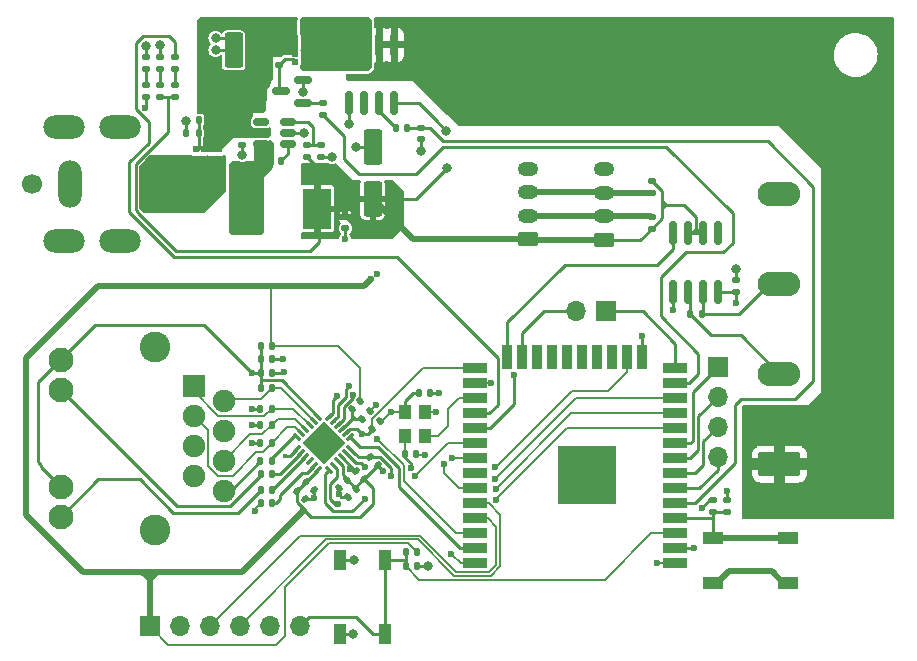
<source format=gbr>
%TF.GenerationSoftware,KiCad,Pcbnew,(6.0.4)*%
%TF.CreationDate,2022-07-19T00:25:02+02:00*%
%TF.ProjectId,Controller_Room,436f6e74-726f-46c6-9c65-725f526f6f6d,rev?*%
%TF.SameCoordinates,Original*%
%TF.FileFunction,Copper,L1,Top*%
%TF.FilePolarity,Positive*%
%FSLAX46Y46*%
G04 Gerber Fmt 4.6, Leading zero omitted, Abs format (unit mm)*
G04 Created by KiCad (PCBNEW (6.0.4)) date 2022-07-19 00:25:02*
%MOMM*%
%LPD*%
G01*
G04 APERTURE LIST*
G04 Aperture macros list*
%AMRoundRect*
0 Rectangle with rounded corners*
0 $1 Rounding radius*
0 $2 $3 $4 $5 $6 $7 $8 $9 X,Y pos of 4 corners*
0 Add a 4 corners polygon primitive as box body*
4,1,4,$2,$3,$4,$5,$6,$7,$8,$9,$2,$3,0*
0 Add four circle primitives for the rounded corners*
1,1,$1+$1,$2,$3*
1,1,$1+$1,$4,$5*
1,1,$1+$1,$6,$7*
1,1,$1+$1,$8,$9*
0 Add four rect primitives between the rounded corners*
20,1,$1+$1,$2,$3,$4,$5,0*
20,1,$1+$1,$4,$5,$6,$7,0*
20,1,$1+$1,$6,$7,$8,$9,0*
20,1,$1+$1,$8,$9,$2,$3,0*%
%AMRotRect*
0 Rectangle, with rotation*
0 The origin of the aperture is its center*
0 $1 length*
0 $2 width*
0 $3 Rotation angle, in degrees counterclockwise*
0 Add horizontal line*
21,1,$1,$2,0,0,$3*%
G04 Aperture macros list end*
%TA.AperFunction,ComponentPad*%
%ADD10R,1.900000X1.900000*%
%TD*%
%TA.AperFunction,ComponentPad*%
%ADD11C,1.900000*%
%TD*%
%TA.AperFunction,ComponentPad*%
%ADD12C,2.100000*%
%TD*%
%TA.AperFunction,ComponentPad*%
%ADD13C,2.600000*%
%TD*%
%TA.AperFunction,SMDPad,CuDef*%
%ADD14R,0.950000X1.230000*%
%TD*%
%TA.AperFunction,SMDPad,CuDef*%
%ADD15R,0.630000X0.500000*%
%TD*%
%TA.AperFunction,SMDPad,CuDef*%
%ADD16R,1.230000X0.950000*%
%TD*%
%TA.AperFunction,SMDPad,CuDef*%
%ADD17R,0.500000X0.630000*%
%TD*%
%TA.AperFunction,SMDPad,CuDef*%
%ADD18R,1.100000X1.300000*%
%TD*%
%TA.AperFunction,ComponentPad*%
%ADD19RoundRect,0.250001X1.549999X-0.799999X1.549999X0.799999X-1.549999X0.799999X-1.549999X-0.799999X0*%
%TD*%
%TA.AperFunction,ComponentPad*%
%ADD20O,3.600000X2.100000*%
%TD*%
%TA.AperFunction,SMDPad,CuDef*%
%ADD21RoundRect,0.140000X-0.140000X-0.170000X0.140000X-0.170000X0.140000X0.170000X-0.140000X0.170000X0*%
%TD*%
%TA.AperFunction,ComponentPad*%
%ADD22O,3.500000X2.000000*%
%TD*%
%TA.AperFunction,ComponentPad*%
%ADD23O,2.000000X4.000000*%
%TD*%
%TA.AperFunction,ComponentPad*%
%ADD24C,3.000000*%
%TD*%
%TA.AperFunction,WasherPad*%
%ADD25C,1.700000*%
%TD*%
%TA.AperFunction,SMDPad,CuDef*%
%ADD26RoundRect,0.147500X0.147500X0.172500X-0.147500X0.172500X-0.147500X-0.172500X0.147500X-0.172500X0*%
%TD*%
%TA.AperFunction,SMDPad,CuDef*%
%ADD27RoundRect,0.135000X-0.185000X0.135000X-0.185000X-0.135000X0.185000X-0.135000X0.185000X0.135000X0*%
%TD*%
%TA.AperFunction,SMDPad,CuDef*%
%ADD28RoundRect,0.140000X0.021213X-0.219203X0.219203X-0.021213X-0.021213X0.219203X-0.219203X0.021213X0*%
%TD*%
%TA.AperFunction,SMDPad,CuDef*%
%ADD29RoundRect,0.140000X-0.170000X0.140000X-0.170000X-0.140000X0.170000X-0.140000X0.170000X0.140000X0*%
%TD*%
%TA.AperFunction,ComponentPad*%
%ADD30RoundRect,0.250000X0.625000X-0.350000X0.625000X0.350000X-0.625000X0.350000X-0.625000X-0.350000X0*%
%TD*%
%TA.AperFunction,ComponentPad*%
%ADD31O,1.750000X1.200000*%
%TD*%
%TA.AperFunction,SMDPad,CuDef*%
%ADD32RoundRect,0.135000X0.185000X-0.135000X0.185000X0.135000X-0.185000X0.135000X-0.185000X-0.135000X0*%
%TD*%
%TA.AperFunction,SMDPad,CuDef*%
%ADD33RoundRect,0.140000X0.140000X0.170000X-0.140000X0.170000X-0.140000X-0.170000X0.140000X-0.170000X0*%
%TD*%
%TA.AperFunction,SMDPad,CuDef*%
%ADD34RoundRect,0.250000X0.550000X-1.250000X0.550000X1.250000X-0.550000X1.250000X-0.550000X-1.250000X0*%
%TD*%
%TA.AperFunction,ComponentPad*%
%ADD35R,1.700000X1.700000*%
%TD*%
%TA.AperFunction,ComponentPad*%
%ADD36O,1.700000X1.700000*%
%TD*%
%TA.AperFunction,SMDPad,CuDef*%
%ADD37RoundRect,0.140000X-0.021213X0.219203X-0.219203X0.021213X0.021213X-0.219203X0.219203X-0.021213X0*%
%TD*%
%TA.AperFunction,SMDPad,CuDef*%
%ADD38R,1.700000X1.000000*%
%TD*%
%TA.AperFunction,SMDPad,CuDef*%
%ADD39RoundRect,0.140000X-0.219203X-0.021213X-0.021213X-0.219203X0.219203X0.021213X0.021213X0.219203X0*%
%TD*%
%TA.AperFunction,SMDPad,CuDef*%
%ADD40RoundRect,0.140000X0.170000X-0.140000X0.170000X0.140000X-0.170000X0.140000X-0.170000X-0.140000X0*%
%TD*%
%TA.AperFunction,SMDPad,CuDef*%
%ADD41RoundRect,0.140000X0.219203X0.021213X0.021213X0.219203X-0.219203X-0.021213X-0.021213X-0.219203X0*%
%TD*%
%TA.AperFunction,SMDPad,CuDef*%
%ADD42RoundRect,0.135000X0.135000X0.185000X-0.135000X0.185000X-0.135000X-0.185000X0.135000X-0.185000X0*%
%TD*%
%TA.AperFunction,SMDPad,CuDef*%
%ADD43RoundRect,0.147500X-0.172500X0.147500X-0.172500X-0.147500X0.172500X-0.147500X0.172500X0.147500X0*%
%TD*%
%TA.AperFunction,SMDPad,CuDef*%
%ADD44RoundRect,0.150000X0.512500X0.150000X-0.512500X0.150000X-0.512500X-0.150000X0.512500X-0.150000X0*%
%TD*%
%TA.AperFunction,SMDPad,CuDef*%
%ADD45RoundRect,0.150000X-0.150000X0.825000X-0.150000X-0.825000X0.150000X-0.825000X0.150000X0.825000X0*%
%TD*%
%TA.AperFunction,SMDPad,CuDef*%
%ADD46R,2.000000X0.900000*%
%TD*%
%TA.AperFunction,SMDPad,CuDef*%
%ADD47R,0.900000X2.000000*%
%TD*%
%TA.AperFunction,SMDPad,CuDef*%
%ADD48R,5.000000X5.000000*%
%TD*%
%TA.AperFunction,SMDPad,CuDef*%
%ADD49R,2.350000X3.500000*%
%TD*%
%TA.AperFunction,SMDPad,CuDef*%
%ADD50R,1.000000X1.700000*%
%TD*%
%TA.AperFunction,SMDPad,CuDef*%
%ADD51RoundRect,0.150000X0.587500X0.150000X-0.587500X0.150000X-0.587500X-0.150000X0.587500X-0.150000X0*%
%TD*%
%TA.AperFunction,SMDPad,CuDef*%
%ADD52RoundRect,0.062500X-0.203293X-0.291682X0.291682X0.203293X0.203293X0.291682X-0.291682X-0.203293X0*%
%TD*%
%TA.AperFunction,SMDPad,CuDef*%
%ADD53RoundRect,0.062500X0.203293X-0.291682X0.291682X-0.203293X-0.203293X0.291682X-0.291682X0.203293X0*%
%TD*%
%TA.AperFunction,SMDPad,CuDef*%
%ADD54RotRect,2.600000X2.600000X45.000000*%
%TD*%
%TA.AperFunction,ViaPad*%
%ADD55C,0.600000*%
%TD*%
%TA.AperFunction,ViaPad*%
%ADD56C,0.800000*%
%TD*%
%TA.AperFunction,ViaPad*%
%ADD57C,0.400000*%
%TD*%
%TA.AperFunction,Conductor*%
%ADD58C,0.254000*%
%TD*%
%TA.AperFunction,Conductor*%
%ADD59C,0.250000*%
%TD*%
%TA.AperFunction,Conductor*%
%ADD60C,0.500000*%
%TD*%
%TA.AperFunction,Conductor*%
%ADD61C,0.200000*%
%TD*%
%TA.AperFunction,Conductor*%
%ADD62C,0.127000*%
%TD*%
G04 APERTURE END LIST*
D10*
%TO.P,J2,1,TD+*%
%TO.N,TXP*%
X146525000Y-109450000D03*
D11*
%TO.P,J2,2,TD-*%
%TO.N,TXN*%
X149065000Y-110720000D03*
%TO.P,J2,3,RD+*%
%TO.N,RXP*%
X146525000Y-111990000D03*
%TO.P,J2,4,TCT*%
%TO.N,GND*%
X149065000Y-113260000D03*
%TO.P,J2,5,RCT*%
X146525000Y-114530000D03*
%TO.P,J2,6,RD-*%
%TO.N,RXN*%
X149065000Y-115800000D03*
%TO.P,J2,7,NC*%
%TO.N,unconnected-(J2-Pad7)*%
X146525000Y-117070000D03*
%TO.P,J2,8,GND*%
%TO.N,GND*%
X149065000Y-118340000D03*
D12*
%TO.P,J2,L1,LEDY_A*%
%TO.N,+3.3VA*%
X135275000Y-107270000D03*
%TO.P,J2,L2,LEDY_K*%
%TO.N,ETHLEDYel*%
X135275000Y-109810000D03*
%TO.P,J2,L3,LEDG_A*%
%TO.N,+3.3VA*%
X135275000Y-117980000D03*
%TO.P,J2,L4,LEDG_K*%
%TO.N,ETHLEDGreen*%
X135275000Y-120520000D03*
D13*
%TO.P,J2,SH,SHIELD*%
%TO.N,unconnected-(J2-PadSH)*%
X143225000Y-121640000D03*
X143225000Y-106150000D03*
%TD*%
D14*
%TO.P,M2,5,D*%
%TO.N,Net-(M2-Pad5)*%
X157360000Y-80415000D03*
D15*
X157940000Y-80055000D03*
X157940000Y-80695000D03*
D14*
X156410000Y-80415000D03*
X157360000Y-81635000D03*
D15*
X157940000Y-81355000D03*
X157940000Y-81995000D03*
D14*
X156410000Y-81635000D03*
D15*
%TO.P,M2,4,G*%
%TO.N,Net-(M2-Pad4)*%
X155060000Y-81995000D03*
%TO.P,M2,3,S*%
%TO.N,VCC*%
X155060000Y-81355000D03*
%TO.P,M2,2,S*%
X155060000Y-80695000D03*
%TO.P,M2,1,S*%
X155060000Y-80055000D03*
%TD*%
D16*
%TO.P,M1,5,D*%
%TO.N,Net-(J1-Pad1)*%
X148310000Y-91735000D03*
D17*
X148670000Y-92315000D03*
X148030000Y-92315000D03*
D16*
X148310000Y-90785000D03*
X147090000Y-91735000D03*
D17*
X147370000Y-92315000D03*
X146730000Y-92315000D03*
D16*
X147090000Y-90785000D03*
D17*
%TO.P,M1,4,G*%
%TO.N,Net-(D4-Pad2)*%
X146730000Y-89435000D03*
%TO.P,M1,3,S*%
%TO.N,VCC*%
X147370000Y-89435000D03*
%TO.P,M1,2,S*%
X148030000Y-89435000D03*
%TO.P,M1,1,S*%
X148670000Y-89435000D03*
%TD*%
D18*
%TO.P,X1,4,Vdd*%
%TO.N,+3V3*%
X164425000Y-113725000D03*
%TO.P,X1,3,OUT*%
%TO.N,CLK50M*%
X164425000Y-111625000D03*
%TO.P,X1,2,GND*%
%TO.N,GND*%
X166075000Y-111625000D03*
%TO.P,X1,1,EN*%
%TO.N,IO16_OSC_EN*%
X166075000Y-113725000D03*
%TD*%
D19*
%TO.P,J6,1,Pin_1*%
%TO.N,+VSW*%
X196120500Y-116078000D03*
D20*
%TO.P,J6,2,Pin_2*%
%TO.N,A*%
X196120500Y-108458000D03*
%TO.P,J6,3,Pin_3*%
%TO.N,B*%
X196120500Y-100838000D03*
%TO.P,J6,4,Pin_4*%
%TO.N,GND*%
X196120500Y-93218000D03*
%TD*%
D21*
%TO.P,C18,1*%
%TO.N,CLK50M*%
X165570000Y-110050000D03*
%TO.P,C18,2*%
%TO.N,GND*%
X166530000Y-110050000D03*
%TD*%
D22*
%TO.P,J1,MP*%
%TO.N,N/C*%
X135575000Y-97200000D03*
X140275000Y-97200000D03*
X140275000Y-87500000D03*
X135575000Y-87500000D03*
D23*
%TO.P,J1,2*%
%TO.N,GND*%
X136075000Y-92350000D03*
D24*
%TO.P,J1,1*%
%TO.N,Net-(J1-Pad1)*%
X143775000Y-92350000D03*
D25*
%TO.P,J1,*%
%TO.N,*%
X132825000Y-92350000D03*
%TD*%
D21*
%TO.P,C15,1*%
%TO.N,+3.3VA*%
X152195000Y-108350000D03*
%TO.P,C15,2*%
%TO.N,GND*%
X153155000Y-108350000D03*
%TD*%
D26*
%TO.P,D4,2,A*%
%TO.N,Net-(D4-Pad2)*%
X146940000Y-86925000D03*
%TO.P,D4,1,K*%
%TO.N,VCC*%
X147910000Y-86925000D03*
%TD*%
D27*
%TO.P,R7,1*%
%TO.N,+3V3*%
X185325000Y-92080001D03*
%TO.P,R7,2*%
%TO.N,SCL*%
X185325000Y-93100001D03*
%TD*%
D21*
%TO.P,R21,1*%
%TO.N,+3.3VA*%
X152170000Y-111375000D03*
%TO.P,R21,2*%
%TO.N,TXP*%
X153130000Y-111375000D03*
%TD*%
D28*
%TO.P,C9,1*%
%TO.N,nRST*%
X160760589Y-112264411D03*
%TO.P,C9,2*%
%TO.N,GND*%
X161439411Y-111585589D03*
%TD*%
D29*
%TO.P,R13,1*%
%TO.N,+3V3*%
X191675000Y-119140000D03*
%TO.P,R13,2*%
%TO.N,UserButton*%
X191675000Y-120100000D03*
%TD*%
D30*
%TO.P,J4,1,Pin_1*%
%TO.N,+3V3*%
X174825000Y-97050000D03*
D31*
%TO.P,J4,2,Pin_2*%
%TO.N,SDA*%
X174825000Y-95050000D03*
%TO.P,J4,3,Pin_3*%
%TO.N,SCL*%
X174825000Y-93050000D03*
%TO.P,J4,4,Pin_4*%
%TO.N,GND*%
X174825000Y-91050000D03*
%TD*%
D21*
%TO.P,R26,2*%
%TO.N,PowerMES*%
X164603000Y-87630000D03*
%TO.P,R26,1*%
%TO.N,Net-(R26-Pad1)*%
X163643000Y-87630000D03*
%TD*%
%TO.P,C16,1*%
%TO.N,+3V3*%
X164420001Y-115250000D03*
%TO.P,C16,2*%
%TO.N,GND*%
X165380001Y-115250000D03*
%TD*%
D29*
%TO.P,C1,2*%
%TO.N,GND*%
X150650000Y-89030000D03*
%TO.P,C1,1*%
%TO.N,VCC*%
X150650000Y-88070000D03*
%TD*%
D21*
%TO.P,C14,1*%
%TO.N,+3.3VA*%
X152200000Y-107200000D03*
%TO.P,C14,2*%
%TO.N,GND*%
X153160000Y-107200000D03*
%TD*%
D32*
%TO.P,R8,1*%
%TO.N,+3V3*%
X185300000Y-96135000D03*
%TO.P,R8,2*%
%TO.N,SDA*%
X185300000Y-95115000D03*
%TD*%
D33*
%TO.P,R12,1*%
%TO.N,+3V3*%
X165455000Y-123550000D03*
%TO.P,R12,2*%
%TO.N,EN*%
X164495000Y-123550000D03*
%TD*%
%TO.P,R20,1*%
%TO.N,Net-(R20-Pad1)*%
X153155000Y-116950000D03*
%TO.P,R20,2*%
%TO.N,ETHLEDYel*%
X152195000Y-116950000D03*
%TD*%
D34*
%TO.P,C2,2*%
%TO.N,GND*%
X149900000Y-81050000D03*
%TO.P,C2,1*%
%TO.N,VCC*%
X149900000Y-85450000D03*
%TD*%
D27*
%TO.P,R10,2*%
%TO.N,+3V3*%
X156125000Y-90085000D03*
%TO.P,R10,1*%
%TO.N,Net-(IC1-Pad3)*%
X156125000Y-89065000D03*
%TD*%
D35*
%TO.P,J7,1,Pin_1*%
%TO.N,+3V3*%
X142805000Y-129775000D03*
D36*
%TO.P,J7,2,Pin_2*%
%TO.N,GND*%
X145345000Y-129775000D03*
%TO.P,J7,3,Pin_3*%
%TO.N,TX*%
X147885000Y-129775000D03*
%TO.P,J7,4,Pin_4*%
%TO.N,RX*%
X150425000Y-129775000D03*
%TO.P,J7,5,Pin_5*%
%TO.N,IO0*%
X152965000Y-129775000D03*
%TO.P,J7,6,Pin_6*%
%TO.N,EN*%
X155505000Y-129775000D03*
%TD*%
D32*
%TO.P,R2,2*%
%TO.N,Net-(D2-Pad2)*%
X143675000Y-83990000D03*
%TO.P,R2,1*%
%TO.N,+3V3*%
X143675000Y-85010000D03*
%TD*%
D37*
%TO.P,C11,1*%
%TO.N,+3V3*%
X159514411Y-117385589D03*
%TO.P,C11,2*%
%TO.N,GND*%
X158835589Y-118064411D03*
%TD*%
D27*
%TO.P,R6,2*%
%TO.N,Net-(M2-Pad4)*%
X153750000Y-82285000D03*
%TO.P,R6,1*%
%TO.N,VCC*%
X153750000Y-81265000D03*
%TD*%
D35*
%TO.P,J8,1,Pin_1*%
%TO.N,Net-(J8-Pad1)*%
X181450000Y-103125000D03*
D36*
%TO.P,J8,2,Pin_2*%
%TO.N,Net-(J8-Pad2)*%
X178910000Y-103125000D03*
%TD*%
D38*
%TO.P,SW2,1,1*%
%TO.N,GND*%
X190500000Y-126125000D03*
X196800000Y-126125000D03*
%TO.P,SW2,2,2*%
%TO.N,UserButton*%
X190500000Y-122325000D03*
X196800000Y-122325000D03*
%TD*%
D39*
%TO.P,C13,1*%
%TO.N,+3V3*%
X156010589Y-117585589D03*
%TO.P,C13,2*%
%TO.N,GND*%
X156689411Y-118264411D03*
%TD*%
D37*
%TO.P,R16,1*%
%TO.N,CLK50M*%
X162339411Y-112460589D03*
%TO.P,R16,2*%
%TO.N,IO0*%
X161660589Y-113139411D03*
%TD*%
D32*
%TO.P,R11,2*%
%TO.N,Net-(IC1-Pad3)*%
X157275000Y-89065000D03*
%TO.P,R11,1*%
%TO.N,GND*%
X157275000Y-90085000D03*
%TD*%
D30*
%TO.P,J5,1,Pin_1*%
%TO.N,+3V3*%
X181300000Y-97100000D03*
D31*
%TO.P,J5,2,Pin_2*%
%TO.N,SDA*%
X181300000Y-95100000D03*
%TO.P,J5,3,Pin_3*%
%TO.N,SCL*%
X181300000Y-93100000D03*
%TO.P,J5,4,Pin_4*%
%TO.N,GND*%
X181300000Y-91100000D03*
%TD*%
D37*
%TO.P,C10,1*%
%TO.N,+3V3*%
X160271015Y-118149264D03*
%TO.P,C10,2*%
%TO.N,GND*%
X159592193Y-118828086D03*
%TD*%
%TO.P,R18,1*%
%TO.N,+3V3*%
X160589411Y-110760589D03*
%TO.P,R18,2*%
%TO.N,nRST*%
X159910589Y-111439411D03*
%TD*%
D40*
%TO.P,C8,1*%
%TO.N,UserButton*%
X190500000Y-120100000D03*
%TO.P,C8,2*%
%TO.N,GND*%
X190500000Y-119140000D03*
%TD*%
D41*
%TO.P,R14,1*%
%TO.N,+3V3*%
X160914411Y-117314411D03*
%TO.P,R14,2*%
%TO.N,IO13_RXER*%
X160235589Y-116635589D03*
%TD*%
D21*
%TO.P,R17,1*%
%TO.N,CLK50M*%
X152195000Y-119400000D03*
%TO.P,R17,2*%
%TO.N,OSCIN*%
X153155000Y-119400000D03*
%TD*%
D42*
%TO.P,R9,1*%
%TO.N,B*%
X189535000Y-103349999D03*
%TO.P,R9,2*%
%TO.N,A*%
X188515000Y-103349999D03*
%TD*%
%TO.P,R4,2*%
%TO.N,GND*%
X145915000Y-88050000D03*
%TO.P,R4,1*%
%TO.N,Net-(D4-Pad2)*%
X146935000Y-88050000D03*
%TD*%
D21*
%TO.P,C7,1*%
%TO.N,EN*%
X164495001Y-124725000D03*
%TO.P,C7,2*%
%TO.N,GND*%
X165455001Y-124725000D03*
%TD*%
D43*
%TO.P,D2,2,A*%
%TO.N,Net-(D2-Pad2)*%
X143675000Y-82610000D03*
%TO.P,D2,1,K*%
%TO.N,GND*%
X143675000Y-81640000D03*
%TD*%
D21*
%TO.P,R24,1*%
%TO.N,+3.3VA*%
X152170000Y-112750000D03*
%TO.P,R24,2*%
%TO.N,RXN*%
X153130000Y-112750000D03*
%TD*%
D29*
%TO.P,C5,2*%
%TO.N,GND*%
X159375000Y-96105000D03*
%TO.P,C5,1*%
%TO.N,+3V3*%
X159375000Y-95145000D03*
%TD*%
D21*
%TO.P,R23,1*%
%TO.N,+3.3VA*%
X152170000Y-114275000D03*
%TO.P,R23,2*%
%TO.N,RXP*%
X153130000Y-114275000D03*
%TD*%
D44*
%TO.P,IC1,6,SW*%
%TO.N,Net-(C4-Pad2)*%
X152262500Y-89000000D03*
%TO.P,IC1,5,IN*%
%TO.N,VCC*%
X152262500Y-88050000D03*
%TO.P,IC1,4,EN*%
%TO.N,unconnected-(IC1-Pad4)*%
X152262500Y-87100000D03*
%TO.P,IC1,3,FB*%
%TO.N,Net-(IC1-Pad3)*%
X154537500Y-87100000D03*
%TO.P,IC1,2,GND*%
%TO.N,GND*%
X154537500Y-88050000D03*
%TO.P,IC1,1,CB*%
%TO.N,Net-(C4-Pad1)*%
X154537500Y-89000000D03*
%TD*%
D34*
%TO.P,C6,2*%
%TO.N,GND*%
X161675000Y-89250000D03*
%TO.P,C6,1*%
%TO.N,+3V3*%
X161675000Y-93650000D03*
%TD*%
D45*
%TO.P,U3,1,RO*%
%TO.N,unconnected-(U3-Pad1)*%
X190930000Y-96525000D03*
%TO.P,U3,2,~{RE}*%
%TO.N,+3V3*%
X189660000Y-96525000D03*
%TO.P,U3,3,DE*%
X188390000Y-96525000D03*
%TO.P,U3,4,DI*%
%TO.N,WS28_Out*%
X187120000Y-96525000D03*
%TO.P,U3,5,GND*%
%TO.N,GND*%
X187120000Y-101475000D03*
%TO.P,U3,6,A*%
%TO.N,A*%
X188390000Y-101475000D03*
%TO.P,U3,7,B*%
%TO.N,B*%
X189660000Y-101475000D03*
%TO.P,U3,8,VCC*%
%TO.N,+3V3*%
X190930000Y-101475000D03*
%TD*%
D33*
%TO.P,R19,1*%
%TO.N,Net-(R19-Pad1)*%
X153155000Y-118300000D03*
%TO.P,R19,2*%
%TO.N,ETHLEDGreen*%
X152195000Y-118300000D03*
%TD*%
D41*
%TO.P,R15,1*%
%TO.N,+3V3*%
X162089411Y-116164411D03*
%TO.P,R15,2*%
%TO.N,IO18_MDIO*%
X161410589Y-115485589D03*
%TD*%
D46*
%TO.P,U1,1,GND*%
%TO.N,GND*%
X187300000Y-124480000D03*
%TO.P,U1,2,VDD*%
%TO.N,+3V3*%
X187300000Y-123210000D03*
%TO.P,U1,3,EN*%
%TO.N,EN*%
X187300000Y-121940000D03*
%TO.P,U1,4,SENSOR_VP*%
%TO.N,UserButton*%
X187300000Y-120670000D03*
%TO.P,U1,5,SENSOR_VN*%
%TO.N,PowerMES*%
X187300000Y-119400000D03*
%TO.P,U1,6,IO34*%
%TO.N,IO34*%
X187300000Y-118130000D03*
%TO.P,U1,7,IO35*%
%TO.N,IO35*%
X187300000Y-116860000D03*
%TO.P,U1,8,IO32*%
%TO.N,IO32*%
X187300000Y-115590000D03*
%TO.P,U1,9,IO33*%
%TO.N,IO33*%
X187300000Y-114320000D03*
%TO.P,U1,10,IO25*%
%TO.N,IO25_RXD0*%
X187300000Y-113050000D03*
%TO.P,U1,11,IO26*%
%TO.N,IO26_RXD1*%
X187300000Y-111780000D03*
%TO.P,U1,12,IO27*%
%TO.N,IO27_CRS_DV*%
X187300000Y-110510000D03*
%TO.P,U1,13,IO14*%
%TO.N,PowerSW*%
X187300000Y-109240000D03*
%TO.P,U1,14,IO12*%
%TO.N,Net-(J8-Pad1)*%
X187300000Y-107970000D03*
D47*
%TO.P,U1,15,GND*%
%TO.N,GND*%
X184515000Y-106970000D03*
%TO.P,U1,16,IO13*%
%TO.N,IO13_RXER*%
X183245000Y-106970000D03*
%TO.P,U1,17,SHD/SD2*%
%TO.N,unconnected-(U1-Pad17)*%
X181975000Y-106970000D03*
%TO.P,U1,18,SWP/SD3*%
%TO.N,unconnected-(U1-Pad18)*%
X180705000Y-106970000D03*
%TO.P,U1,19,SCS/CMD*%
%TO.N,unconnected-(U1-Pad19)*%
X179435000Y-106970000D03*
%TO.P,U1,20,SCK/CLK*%
%TO.N,unconnected-(U1-Pad20)*%
X178165000Y-106970000D03*
%TO.P,U1,21,SDO/SD0*%
%TO.N,unconnected-(U1-Pad21)*%
X176895000Y-106970000D03*
%TO.P,U1,22,SDI/SD1*%
%TO.N,unconnected-(U1-Pad22)*%
X175625000Y-106970000D03*
%TO.P,U1,23,IO15*%
%TO.N,Net-(J8-Pad2)*%
X174355000Y-106970000D03*
%TO.P,U1,24,IO2*%
%TO.N,WS28_Out*%
X173085000Y-106970000D03*
D46*
%TO.P,U1,25,IO0*%
%TO.N,IO0*%
X170300000Y-107970000D03*
%TO.P,U1,26,IO4*%
%TO.N,SCL*%
X170300000Y-109240000D03*
%TO.P,U1,27,IO16*%
%TO.N,IO16_OSC_EN*%
X170300000Y-110510000D03*
%TO.P,U1,28,IO17*%
%TO.N,StateLED*%
X170300000Y-111780000D03*
%TO.P,U1,29,IO5*%
%TO.N,SDA*%
X170300000Y-113050000D03*
%TO.P,U1,30,IO18*%
%TO.N,IO18_MDIO*%
X170300000Y-114320000D03*
%TO.P,U1,31,IO19*%
%TO.N,IO19_TXD0*%
X170300000Y-115590000D03*
%TO.P,U1,32,NC*%
%TO.N,unconnected-(U1-Pad32)*%
X170300000Y-116860000D03*
%TO.P,U1,33,IO21*%
%TO.N,IO21_TXEN*%
X170300000Y-118130000D03*
%TO.P,U1,34,RXD0/IO3*%
%TO.N,RX*%
X170300000Y-119400000D03*
%TO.P,U1,35,TXD0/IO1*%
%TO.N,TX*%
X170300000Y-120670000D03*
%TO.P,U1,36,IO22*%
%TO.N,IO22_TXD1*%
X170300000Y-121940000D03*
%TO.P,U1,37,IO23*%
%TO.N,IO23_MDC*%
X170300000Y-123210000D03*
%TO.P,U1,38,GND*%
%TO.N,GND*%
X170300000Y-124480000D03*
D48*
%TO.P,U1,39,GND*%
X179800000Y-116980000D03*
%TD*%
D32*
%TO.P,R1,2*%
%TO.N,Net-(D1-Pad2)*%
X142450000Y-83990000D03*
%TO.P,R1,1*%
%TO.N,VCC*%
X142450000Y-85010000D03*
%TD*%
%TO.P,R5,2*%
%TO.N,Net-(Q1-Pad1)*%
X157450000Y-85475000D03*
%TO.P,R5,1*%
%TO.N,PowerSW*%
X157450000Y-86495000D03*
%TD*%
D39*
%TO.P,C12,1*%
%TO.N,+3V3*%
X155246914Y-118342193D03*
%TO.P,C12,2*%
%TO.N,GND*%
X155925736Y-119021015D03*
%TD*%
D40*
%TO.P,C3,1*%
%TO.N,+3V3*%
X192450000Y-101480000D03*
%TO.P,C3,2*%
%TO.N,GND*%
X192450000Y-100520000D03*
%TD*%
D49*
%TO.P,L1,2,2*%
%TO.N,+3V3*%
X156975000Y-94450000D03*
%TO.P,L1,1,1*%
%TO.N,Net-(C4-Pad2)*%
X150925000Y-94450000D03*
%TD*%
D29*
%TO.P,C17,2*%
%TO.N,GND*%
X165800000Y-88580000D03*
%TO.P,C17,1*%
%TO.N,PowerMES*%
X165800000Y-87620000D03*
%TD*%
D35*
%TO.P,J10,1,Pin_1*%
%TO.N,IO33*%
X190875000Y-107850000D03*
D36*
%TO.P,J10,2,Pin_2*%
%TO.N,IO32*%
X190875000Y-110390000D03*
%TO.P,J10,3,Pin_3*%
%TO.N,IO35*%
X190875000Y-112930000D03*
%TO.P,J10,4,Pin_4*%
%TO.N,IO34*%
X190875000Y-115470000D03*
%TD*%
D43*
%TO.P,D3,2,A*%
%TO.N,Net-(D3-Pad2)*%
X144900000Y-82610000D03*
%TO.P,D3,1,K*%
%TO.N,StateLED*%
X144900000Y-81640000D03*
%TD*%
D45*
%TO.P,U4,8,VCC*%
%TO.N,+3V3*%
X163488000Y-85533000D03*
%TO.P,U4,7,VIOUT*%
%TO.N,Net-(R26-Pad1)*%
X162218000Y-85533000D03*
%TO.P,U4,6,~{FAULT}*%
%TO.N,unconnected-(U4-Pad6)*%
X160948000Y-85533000D03*
%TO.P,U4,5,GND*%
%TO.N,GND*%
X159678000Y-85533000D03*
%TO.P,U4,4,IP-*%
%TO.N,Net-(M2-Pad5)*%
X159678000Y-80583000D03*
%TO.P,U4,3,IP-*%
X160948000Y-80583000D03*
%TO.P,U4,2,IP+*%
%TO.N,+VSW*%
X162218000Y-80583000D03*
%TO.P,U4,1,IP+*%
X163488000Y-80583000D03*
%TD*%
D33*
%TO.P,L2,1,1*%
%TO.N,+3V3*%
X153155000Y-106050000D03*
%TO.P,L2,2,2*%
%TO.N,+3.3VA*%
X152195000Y-106050000D03*
%TD*%
%TO.P,R25,1*%
%TO.N,Net-(R25-Pad1)*%
X153130000Y-115825000D03*
%TO.P,R25,2*%
%TO.N,GND*%
X152170000Y-115825000D03*
%TD*%
D21*
%TO.P,R22,1*%
%TO.N,+3.3VA*%
X152185000Y-109650000D03*
%TO.P,R22,2*%
%TO.N,TXN*%
X153145000Y-109650000D03*
%TD*%
D33*
%TO.P,C4,2*%
%TO.N,Net-(C4-Pad2)*%
X152920000Y-90375000D03*
%TO.P,C4,1*%
%TO.N,Net-(C4-Pad1)*%
X153880000Y-90375000D03*
%TD*%
D32*
%TO.P,R3,2*%
%TO.N,Net-(D3-Pad2)*%
X144900000Y-83990000D03*
%TO.P,R3,1*%
%TO.N,+3V3*%
X144900000Y-85010000D03*
%TD*%
D50*
%TO.P,SW1,1,1*%
%TO.N,GND*%
X158925000Y-124175000D03*
X158925000Y-130475000D03*
%TO.P,SW1,2,2*%
%TO.N,EN*%
X162725000Y-130475000D03*
X162725000Y-124175000D03*
%TD*%
D43*
%TO.P,D1,2,A*%
%TO.N,Net-(D1-Pad2)*%
X142450000Y-82610000D03*
%TO.P,D1,1,K*%
%TO.N,GND*%
X142450000Y-81640000D03*
%TD*%
D51*
%TO.P,Q1,3,C*%
%TO.N,Net-(M2-Pad4)*%
X153887500Y-84525000D03*
%TO.P,Q1,2,E*%
%TO.N,GND*%
X155762500Y-83575000D03*
%TO.P,Q1,1,B*%
%TO.N,Net-(Q1-Pad1)*%
X155762500Y-85475000D03*
%TD*%
D52*
%TO.P,U2,1,VDD2A*%
%TO.N,+3.3VA*%
X155271097Y-114786136D03*
%TO.P,U2,2,LED2/nINTSEL*%
%TO.N,Net-(R20-Pad1)*%
X155624651Y-115139689D03*
%TO.P,U2,3,LED1/REGOFF*%
%TO.N,Net-(R19-Pad1)*%
X155978204Y-115493243D03*
%TO.P,U2,4,XTAL2*%
%TO.N,unconnected-(U2-Pad4)*%
X156331757Y-115846796D03*
%TO.P,U2,5,XTAL1/CLKIN*%
%TO.N,OSCIN*%
X156685311Y-116200349D03*
%TO.P,U2,6,VDDCR*%
%TO.N,+3V3*%
X157038864Y-116553903D03*
D53*
%TO.P,U2,7,RXD1/MODE1*%
%TO.N,IO26_RXD1*%
X158011136Y-116553903D03*
%TO.P,U2,8,RXD0/MODE0*%
%TO.N,IO25_RXD0*%
X158364689Y-116200349D03*
%TO.P,U2,9,VDDIO*%
%TO.N,+3V3*%
X158718243Y-115846796D03*
%TO.P,U2,10,RXER/PHYAD0*%
%TO.N,IO13_RXER*%
X159071796Y-115493243D03*
%TO.P,U2,11,CRS_DV/MODE2*%
%TO.N,IO27_CRS_DV*%
X159425349Y-115139689D03*
%TO.P,U2,12,MDIO*%
%TO.N,IO18_MDIO*%
X159778903Y-114786136D03*
D52*
%TO.P,U2,13,MDC*%
%TO.N,IO23_MDC*%
X159778903Y-113813864D03*
%TO.P,U2,14,INT/REFCLKO*%
%TO.N,IO0*%
X159425349Y-113460311D03*
%TO.P,U2,15,RST*%
%TO.N,nRST*%
X159071796Y-113106757D03*
%TO.P,U2,16,TXEN*%
%TO.N,IO21_TXEN*%
X158718243Y-112753204D03*
%TO.P,U2,17,TXD0*%
%TO.N,IO19_TXD0*%
X158364689Y-112399651D03*
%TO.P,U2,18,TXD1*%
%TO.N,IO22_TXD1*%
X158011136Y-112046097D03*
D53*
%TO.P,U2,19,VDD1A*%
%TO.N,+3.3VA*%
X157038864Y-112046097D03*
%TO.P,U2,20,TXN*%
%TO.N,TXN*%
X156685311Y-112399651D03*
%TO.P,U2,21,TXP*%
%TO.N,TXP*%
X156331757Y-112753204D03*
%TO.P,U2,22,RXN*%
%TO.N,RXN*%
X155978204Y-113106757D03*
%TO.P,U2,23,RXP*%
%TO.N,RXP*%
X155624651Y-113460311D03*
%TO.P,U2,24,RBIAS*%
%TO.N,Net-(R25-Pad1)*%
X155271097Y-113813864D03*
D54*
%TO.P,U2,25,VSS*%
%TO.N,GND*%
X157525000Y-114300000D03*
%TD*%
D55*
%TO.N,GND*%
X167300000Y-110050000D03*
D56*
%TO.N,+3V3*%
X168000000Y-91000000D03*
X167925000Y-87875000D03*
D57*
%TO.N,+3.3VA*%
X154225000Y-115375000D03*
D55*
X151450000Y-114275000D03*
X151450000Y-108325000D03*
X151450000Y-112750000D03*
X151450000Y-111375000D03*
%TO.N,IO25_RXD0*%
X172150000Y-119075000D03*
X158760294Y-119444989D03*
%TO.N,IO26_RXD1*%
X172125000Y-118150000D03*
X161000000Y-119025000D03*
%TO.N,IO27_CRS_DV*%
X172050000Y-117300000D03*
X161017628Y-116305194D03*
%TO.N,IO13_RXER*%
X159800000Y-116450000D03*
X172075000Y-116350000D03*
%TO.N,IO18_MDIO*%
X163250001Y-117119017D03*
X165228143Y-117124560D03*
%TO.N,IO19_TXD0*%
X168425000Y-115600000D03*
X159671714Y-109468092D03*
%TO.N,IO21_TXEN*%
X160015097Y-110190097D03*
X167725000Y-116100000D03*
%TO.N,IO22_TXD1*%
X162075000Y-113950000D03*
X158636230Y-110286230D03*
%TO.N,IO0*%
X160750001Y-113499999D03*
%TO.N,GND*%
X168325000Y-123650000D03*
D56*
X142450000Y-80650000D03*
X143675000Y-80625000D03*
X165800000Y-89550000D03*
X159675000Y-87275000D03*
D55*
X157525000Y-113475000D03*
D56*
X158225000Y-90075000D03*
D55*
X158603936Y-114298500D03*
D56*
X145900000Y-87025000D03*
D55*
X187125000Y-103025000D03*
X178075000Y-118100000D03*
X156533837Y-114298500D03*
D56*
X150650000Y-89900000D03*
D55*
X184500000Y-105250000D03*
X179875000Y-116925000D03*
X189525000Y-119775000D03*
X156675000Y-118950000D03*
D56*
X192450000Y-99550000D03*
X160025000Y-130475000D03*
D55*
X166150000Y-115275000D03*
D56*
X166400000Y-124725000D03*
D55*
X161950000Y-111099500D03*
X158813256Y-118647242D03*
X159325000Y-97000000D03*
X154140573Y-108278149D03*
X181525000Y-118100000D03*
D56*
X148375000Y-81026000D03*
D55*
X181525000Y-115800000D03*
X154125000Y-107175000D03*
D56*
X155741000Y-84575500D03*
X160225000Y-89250000D03*
D55*
X193650000Y-125150000D03*
X178075000Y-115800000D03*
D56*
X160125000Y-124175000D03*
X155900000Y-88050000D03*
D55*
X167000000Y-111625000D03*
X185775000Y-124475000D03*
D56*
X148375000Y-80010000D03*
D55*
%TO.N,+3V3*%
X161575000Y-100425000D03*
X188875000Y-123200000D03*
X164950000Y-116375000D03*
X192450000Y-102400000D03*
X162025000Y-99975000D03*
X162325000Y-96700000D03*
X162578023Y-116685833D03*
X191675000Y-118325000D03*
X162325000Y-96000000D03*
%TO.N,CLK50M*%
X163200000Y-111650000D03*
X151743003Y-120043003D03*
%TO.N,SDA*%
X173625000Y-108525000D03*
%TO.N,SCL*%
X171675001Y-109200000D03*
%TO.N,VCC*%
X147625000Y-86000000D03*
X142425000Y-85938994D03*
%TD*%
D58*
%TO.N,+3.3VA*%
X133375000Y-115900000D02*
X133625000Y-116150000D01*
X133375000Y-109100000D02*
X133375000Y-115900000D01*
X147400000Y-104275000D02*
X138200000Y-104275000D01*
X151450000Y-108325000D02*
X147400000Y-104275000D01*
X138200000Y-104275000D02*
X133375000Y-109100000D01*
D59*
X135275000Y-117980000D02*
X133625000Y-116330000D01*
X133625000Y-116330000D02*
X133625000Y-116150000D01*
%TO.N,ETHLEDYel*%
X145081511Y-119616511D02*
X145541511Y-119616511D01*
X135275000Y-109810000D02*
X145081511Y-119616511D01*
D58*
X145541511Y-119616511D02*
X145241511Y-119616511D01*
X149593749Y-119616511D02*
X145541511Y-119616511D01*
X150341511Y-118868749D02*
X149593749Y-119616511D01*
X150341511Y-118843749D02*
X150341511Y-118868749D01*
X152195000Y-116990260D02*
X150341511Y-118843749D01*
X152195000Y-116950000D02*
X152195000Y-116990260D01*
%TO.N,ETHLEDGreen*%
X141950000Y-117375000D02*
X139350000Y-117375000D01*
X150270000Y-120225000D02*
X144800000Y-120225000D01*
X152195000Y-118300000D02*
X150270000Y-120225000D01*
X144800000Y-120225000D02*
X141950000Y-117375000D01*
D59*
X138420000Y-117375000D02*
X139350000Y-117375000D01*
X135275000Y-120520000D02*
X138420000Y-117375000D01*
D58*
X139350000Y-117375000D02*
X139235000Y-117375000D01*
D60*
%TO.N,+3V3*%
X138400000Y-101025000D02*
X153100000Y-101025000D01*
X132325000Y-107100000D02*
X138400000Y-101025000D01*
X137125000Y-125175000D02*
X132325000Y-120375000D01*
X140225000Y-125175000D02*
X137125000Y-125175000D01*
X132325000Y-120375000D02*
X132325000Y-107100000D01*
D58*
%TO.N,GND*%
X149975000Y-80200000D02*
X149785000Y-80010000D01*
X149785000Y-80010000D02*
X148375000Y-80010000D01*
X149975000Y-80975000D02*
X149975000Y-80200000D01*
X149900000Y-81050000D02*
X149975000Y-80975000D01*
D59*
%TO.N,B*%
X195237000Y-100838000D02*
X192725001Y-103349999D01*
X192725001Y-103349999D02*
X189535000Y-103349999D01*
%TO.N,CLK50M*%
X164425000Y-110725000D02*
X164425000Y-111625000D01*
X165100000Y-110050000D02*
X164425000Y-110725000D01*
X165570000Y-110050000D02*
X165100000Y-110050000D01*
%TO.N,GND*%
X166530000Y-110050000D02*
X167300000Y-110050000D01*
D61*
%TO.N,IO13_RXER*%
X172100000Y-116350000D02*
X172075000Y-116350000D01*
X181625000Y-109900000D02*
X178550000Y-109900000D01*
X183245000Y-106970000D02*
X183245000Y-108280000D01*
X183245000Y-108280000D02*
X181625000Y-109900000D01*
X178550000Y-109900000D02*
X172100000Y-116350000D01*
D60*
%TO.N,+3V3*%
X165075000Y-97050000D02*
X174825000Y-97050000D01*
D58*
%TO.N,StateLED*%
X171554000Y-111780000D02*
X170300000Y-111780000D01*
X172301501Y-111032499D02*
X171554000Y-111780000D01*
X172301501Y-107076501D02*
X172301501Y-111032499D01*
X163725000Y-98500000D02*
X172301501Y-107076501D01*
X141050000Y-94700000D02*
X144850000Y-98500000D01*
X144850000Y-98500000D02*
X163725000Y-98500000D01*
X141600000Y-80450000D02*
X141600000Y-86000000D01*
X141600000Y-86000000D02*
X142700000Y-87100000D01*
X144400000Y-79850000D02*
X142200000Y-79850000D01*
X144900000Y-80350000D02*
X144400000Y-79850000D01*
X141050000Y-90500000D02*
X141050000Y-94700000D01*
X142700000Y-88850000D02*
X141050000Y-90500000D01*
X142200000Y-79850000D02*
X141600000Y-80450000D01*
X142700000Y-87100000D02*
X142700000Y-88850000D01*
X144900000Y-81640000D02*
X144900000Y-80350000D01*
%TO.N,+3V3*%
X141600000Y-94600000D02*
X141600000Y-90650000D01*
X142750000Y-95750000D02*
X141600000Y-94600000D01*
X142750000Y-95750000D02*
X141800000Y-94800000D01*
D59*
X142125000Y-90125000D02*
X141800000Y-90450000D01*
D58*
X141600000Y-90650000D02*
X142125000Y-90125000D01*
X143000000Y-96000000D02*
X142750000Y-95750000D01*
D59*
X144315000Y-87935000D02*
X142125000Y-90125000D01*
D58*
%TO.N,VCC*%
X142450000Y-85913994D02*
X142425000Y-85938994D01*
X142450000Y-85010000D02*
X142450000Y-85913994D01*
%TO.N,+3V3*%
X143000000Y-96000000D02*
X142475000Y-95475000D01*
X145000000Y-98000000D02*
X143000000Y-96000000D01*
X142475000Y-95475000D02*
X142000000Y-95000000D01*
X142475000Y-95475000D02*
X141992978Y-94992978D01*
D59*
X144315000Y-85010000D02*
X144315000Y-87935000D01*
D58*
X145600000Y-98000000D02*
X145000000Y-98000000D01*
X145600000Y-98000000D02*
X145200000Y-98000000D01*
X156400000Y-98000000D02*
X145600000Y-98000000D01*
X157125000Y-97275000D02*
X156400000Y-98000000D01*
X157125000Y-94500000D02*
X157125000Y-97275000D01*
D59*
%TO.N,StateLED*%
X141900000Y-87350000D02*
X141800000Y-87450000D01*
D60*
%TO.N,+3V3*%
X160975000Y-101025000D02*
X161575000Y-100425000D01*
X153100000Y-101025000D02*
X160975000Y-101025000D01*
D58*
%TO.N,PowerSW*%
X188435000Y-109240000D02*
X187300000Y-109240000D01*
X189250000Y-108425000D02*
X188435000Y-109240000D01*
X189250000Y-106725000D02*
X189250000Y-108425000D01*
X186075000Y-100275000D02*
X186075000Y-103550000D01*
X186075000Y-103550000D02*
X189250000Y-106725000D01*
X188200000Y-98150000D02*
X186075000Y-100275000D01*
X191350000Y-98150000D02*
X188200000Y-98150000D01*
X192150000Y-97350000D02*
X191350000Y-98150000D01*
X192150000Y-94825000D02*
X192150000Y-97350000D01*
X165325000Y-91525000D02*
X167650000Y-89200000D01*
X159250000Y-90225000D02*
X160550000Y-91525000D01*
X159250000Y-88275000D02*
X159250000Y-90225000D01*
X157470000Y-86495000D02*
X159250000Y-88275000D01*
X186525000Y-89200000D02*
X192150000Y-94825000D01*
X160550000Y-91525000D02*
X165325000Y-91525000D01*
X157450000Y-86495000D02*
X157470000Y-86495000D01*
X167650000Y-89200000D02*
X186525000Y-89200000D01*
D59*
%TO.N,PowerMES*%
X167625000Y-88725000D02*
X195125000Y-88725000D01*
%TO.N,+3V3*%
X163488000Y-85533000D02*
X165583000Y-85533000D01*
D58*
X168000000Y-91000000D02*
X165350000Y-93650000D01*
X165350000Y-93650000D02*
X161675000Y-93650000D01*
X167025000Y-86975000D02*
X167925000Y-87875000D01*
X165583000Y-85533000D02*
X167025000Y-86975000D01*
D59*
%TO.N,Net-(C4-Pad1)*%
X154537500Y-89000000D02*
X154537500Y-89717500D01*
X154537500Y-89717500D02*
X153880000Y-90375000D01*
D61*
%TO.N,TXP*%
X146520000Y-109927076D02*
X148583413Y-111990489D01*
X153130000Y-111375000D02*
X154953553Y-111375000D01*
X152514511Y-111990489D02*
X153130000Y-111375000D01*
X146520000Y-109430000D02*
X146520000Y-109927076D01*
X154953553Y-111375000D02*
X156331757Y-112753204D01*
X148583413Y-111990489D02*
X152514511Y-111990489D01*
%TO.N,TXN*%
X156685311Y-112399651D02*
X153935660Y-109650000D01*
X149168512Y-110591488D02*
X152203512Y-110591488D01*
X149060000Y-110700000D02*
X149168512Y-110591488D01*
X153935660Y-109650000D02*
X153145000Y-109650000D01*
X152203512Y-110591488D02*
X153145000Y-109650000D01*
%TO.N,RXP*%
X153130000Y-114270000D02*
X154425000Y-112975000D01*
X155139340Y-112975000D02*
X155624651Y-113460311D01*
X154425000Y-112975000D02*
X155139340Y-112975000D01*
X151825000Y-115050000D02*
X149825000Y-117050000D01*
X149825000Y-117050000D02*
X148562924Y-117050000D01*
X153130000Y-114275000D02*
X153130000Y-114270000D01*
X152355000Y-115050000D02*
X151825000Y-115050000D01*
X153130000Y-114275000D02*
X152355000Y-115050000D01*
X147769511Y-116256587D02*
X147769511Y-113219511D01*
X148562924Y-117050000D02*
X147769511Y-116256587D01*
X147769511Y-113219511D02*
X146520000Y-111970000D01*
%TO.N,RXN*%
X155121447Y-112250000D02*
X153630000Y-112250000D01*
X153630000Y-112250000D02*
X153130000Y-112750000D01*
X151290000Y-113550000D02*
X149060000Y-115780000D01*
X152330000Y-113550000D02*
X151290000Y-113550000D01*
X153130000Y-112750000D02*
X152330000Y-113550000D01*
X155978204Y-113106757D02*
X155121447Y-112250000D01*
D58*
%TO.N,+3.3VA*%
X152195000Y-108350000D02*
X152195000Y-108370000D01*
X152185000Y-108360000D02*
X152195000Y-108350000D01*
X152170000Y-112750000D02*
X151450000Y-112750000D01*
X152185000Y-109650000D02*
X152185000Y-108985000D01*
X152195000Y-106050000D02*
X152195000Y-108350000D01*
X152186520Y-108986520D02*
X153979287Y-108986520D01*
X154227948Y-115372052D02*
X154225000Y-115375000D01*
X152185000Y-108985000D02*
X152185000Y-108360000D01*
X152170000Y-111375000D02*
X151450000Y-111375000D01*
X152185000Y-108985000D02*
X152186520Y-108986520D01*
X153979287Y-108986520D02*
X157038864Y-112046097D01*
X155271097Y-114786136D02*
X154685181Y-115372052D01*
X151475000Y-108350000D02*
X151450000Y-108325000D01*
X152170000Y-114275000D02*
X151450000Y-114275000D01*
X152195000Y-108350000D02*
X151475000Y-108350000D01*
X154685181Y-115372052D02*
X154227948Y-115372052D01*
D59*
%TO.N,EN*%
X164495001Y-124731930D02*
X164495001Y-124725000D01*
X160225000Y-129000000D02*
X161700000Y-130475000D01*
D62*
X165613071Y-125850000D02*
X181325000Y-125850000D01*
D59*
X155505000Y-129775000D02*
X156280000Y-129000000D01*
X164495000Y-124724999D02*
X164494999Y-124220000D01*
D62*
X164495001Y-124731930D02*
X165613071Y-125850000D01*
X185235000Y-121940000D02*
X187300000Y-121940000D01*
X181325000Y-125850000D02*
X185235000Y-121940000D01*
D59*
X161700000Y-130475000D02*
X162725000Y-130475000D01*
X162725000Y-124175000D02*
X162725000Y-130475000D01*
X156280000Y-129000000D02*
X160225000Y-129000000D01*
X164494999Y-124220000D02*
X164495000Y-123550000D01*
X164450000Y-124175001D02*
X164494999Y-124220000D01*
X162725000Y-124175001D02*
X164450000Y-124175001D01*
%TO.N,UserButton*%
X190500000Y-120675000D02*
X190495000Y-120670000D01*
X190504999Y-120095001D02*
X190500000Y-120100000D01*
X191675000Y-120095001D02*
X191024999Y-120095001D01*
X190495000Y-120670000D02*
X187300000Y-120670000D01*
X190500000Y-120675000D02*
X190500000Y-122325000D01*
D60*
X196800000Y-122325000D02*
X190500000Y-122325000D01*
D59*
X191024999Y-120095001D02*
X190504999Y-120095001D01*
X190500000Y-120100000D02*
X190500000Y-120675000D01*
D58*
%TO.N,IO25_RXD0*%
X158494989Y-119444989D02*
X158760294Y-119444989D01*
X158691838Y-117158162D02*
X158073499Y-117776501D01*
X158364689Y-116200349D02*
X158691838Y-116527498D01*
D61*
X178130978Y-113050000D02*
X172150000Y-119030978D01*
X172150000Y-119030978D02*
X172150000Y-119075000D01*
D58*
X158073499Y-119023499D02*
X158494989Y-119444989D01*
X158073499Y-117776501D02*
X158073499Y-119023499D01*
X158691838Y-116527498D02*
X158691838Y-117158162D01*
D61*
X187300000Y-113050000D02*
X178130978Y-113050000D01*
D58*
%TO.N,IO26_RXD1*%
X158011136Y-116553903D02*
X157619988Y-116945051D01*
X157619988Y-116945051D02*
X157619988Y-119369988D01*
D61*
X187300000Y-111780000D02*
X178495000Y-111780000D01*
D58*
X159953511Y-120071489D02*
X161000000Y-119025000D01*
X157619988Y-119369988D02*
X158321489Y-120071489D01*
D61*
X178495000Y-111780000D02*
X172125000Y-118150000D01*
D58*
X158321489Y-120071489D02*
X159953511Y-120071489D01*
D61*
%TO.N,IO27_CRS_DV*%
X172050000Y-117350000D02*
X172050000Y-117300000D01*
X187300000Y-110510000D02*
X178890000Y-110510000D01*
D58*
X160662301Y-115949867D02*
X161017628Y-116305194D01*
D61*
X178890000Y-110510000D02*
X172050000Y-117350000D01*
D58*
X160235527Y-115949867D02*
X160662301Y-115949867D01*
X159425349Y-115139689D02*
X160235527Y-115949867D01*
%TO.N,IO13_RXER*%
X160235589Y-116635589D02*
X160214142Y-116635589D01*
X160214142Y-116635589D02*
X159071796Y-115493243D01*
D59*
%TO.N,A*%
X188515000Y-103349999D02*
X190340001Y-105175000D01*
X192837500Y-105175000D02*
X196120500Y-108458000D01*
X195158000Y-108458000D02*
X196120500Y-108458000D01*
X190340001Y-105175000D02*
X192837500Y-105175000D01*
X188515000Y-103349999D02*
X188515000Y-101600000D01*
X188515000Y-101600000D02*
X188390000Y-101475000D01*
X188390000Y-103225000D02*
X188515000Y-103350000D01*
D58*
%TO.N,IO18_MDIO*%
X162303863Y-115478689D02*
X163250001Y-116424827D01*
X163250001Y-116424827D02*
X163250001Y-117119017D01*
D61*
X168032703Y-114320000D02*
X165228143Y-117124560D01*
X170300000Y-114320000D02*
X168032703Y-114320000D01*
D58*
X161410589Y-115485589D02*
X160478357Y-115485589D01*
X159778903Y-114786136D02*
X160183884Y-115191116D01*
X160183884Y-115191116D02*
X160400000Y-115407233D01*
X161417489Y-115478689D02*
X162303863Y-115478689D01*
X160478357Y-115485589D02*
X160183884Y-115191116D01*
X161410589Y-115485589D02*
X161417489Y-115478689D01*
%TO.N,IO19_TXD0*%
X159388596Y-110419868D02*
X159388596Y-109751210D01*
X158364689Y-112399651D02*
X158771356Y-111992984D01*
X158771356Y-111037109D02*
X159388596Y-110419868D01*
X159388596Y-109751210D02*
X159671714Y-109468092D01*
X158771356Y-111992984D02*
X158771356Y-111037109D01*
D61*
X170300000Y-115590000D02*
X168435000Y-115590000D01*
X168435000Y-115590000D02*
X168425000Y-115600000D01*
D58*
%TO.N,IO21_TXEN*%
X158718243Y-112753204D02*
X159224867Y-112246580D01*
D61*
X169005000Y-118130000D02*
X167725000Y-116850000D01*
X167725000Y-116850000D02*
X167725000Y-116100000D01*
D58*
X159224867Y-111224959D02*
X160000000Y-110449826D01*
X160000000Y-110449826D02*
X160000000Y-110441362D01*
D61*
X170300000Y-118130000D02*
X169005000Y-118130000D01*
D58*
X159224867Y-112246580D02*
X159224867Y-111224959D01*
%TO.N,IO22_TXD1*%
X158011136Y-112046097D02*
X158296493Y-111760740D01*
D61*
X168718726Y-121940000D02*
X164303012Y-117524286D01*
D58*
X158296493Y-110625967D02*
X158636230Y-110286230D01*
X158296493Y-111760740D02*
X158296493Y-110853507D01*
X158296493Y-110853507D02*
X158296493Y-110625967D01*
D61*
X164303012Y-117524286D02*
X164303012Y-116178012D01*
X164303012Y-116178012D02*
X162075000Y-113950000D01*
X170300000Y-121940000D02*
X168718726Y-121940000D01*
D58*
%TO.N,IO23_MDC*%
X163876501Y-116409965D02*
X163876501Y-118054679D01*
X163876501Y-118054679D02*
X169031822Y-123210000D01*
X162113025Y-114646489D02*
X163876501Y-116409965D01*
X169031822Y-123210000D02*
X170300000Y-123210000D01*
X159778903Y-113813864D02*
X160611528Y-114646489D01*
X160611528Y-114646489D02*
X162113025Y-114646489D01*
D59*
%TO.N,B*%
X189535000Y-103085000D02*
X189535000Y-103349999D01*
X196120500Y-100838000D02*
X195237000Y-100838000D01*
X196120500Y-100838000D02*
X196162000Y-100838000D01*
X189660000Y-103225000D02*
X189535000Y-103350000D01*
X189660000Y-101475000D02*
X189660000Y-102960000D01*
X189660000Y-102960000D02*
X189535000Y-103085000D01*
X196162000Y-100838000D02*
X196200000Y-100800000D01*
D58*
%TO.N,IO0*%
X159425349Y-113460311D02*
X159752498Y-113133162D01*
D61*
X170300000Y-107970000D02*
X165960996Y-107970000D01*
D58*
X159752498Y-113133162D02*
X160383162Y-113133162D01*
X161585589Y-113214411D02*
X161585589Y-113089411D01*
D61*
X161650000Y-112280996D02*
X161650000Y-113128822D01*
D58*
X160750000Y-113500000D02*
X160750001Y-113499999D01*
X161300000Y-113500000D02*
X161585589Y-113214411D01*
D61*
X161650000Y-113128822D02*
X161660589Y-113139411D01*
X165960996Y-107970000D02*
X161650000Y-112280996D01*
D58*
X160383162Y-113133162D02*
X160750000Y-113500000D01*
X160750000Y-113500000D02*
X161300000Y-113500000D01*
%TO.N,OSCIN*%
X153475000Y-119400000D02*
X153155000Y-119400000D01*
X153850000Y-118650000D02*
X153850000Y-119025000D01*
X155700000Y-116800000D02*
X153850000Y-118650000D01*
X156085660Y-116800000D02*
X155700000Y-116800000D01*
X153850000Y-119025000D02*
X153475000Y-119400000D01*
X156685311Y-116200349D02*
X156085660Y-116800000D01*
%TO.N,nRST*%
X159910589Y-112267964D02*
X159910589Y-111935589D01*
X160757036Y-112267964D02*
X160760589Y-112264411D01*
X159910589Y-111935589D02*
X160192964Y-112217964D01*
X160192964Y-112267964D02*
X160757036Y-112267964D01*
X160192964Y-112217964D02*
X160192964Y-112267964D01*
X159910589Y-111935589D02*
X159910589Y-111439411D01*
X159910589Y-112267964D02*
X160192964Y-112267964D01*
X159071796Y-113106757D02*
X159910589Y-112267964D01*
D59*
%TO.N,PowerMES*%
X166520000Y-87620000D02*
X165800000Y-87620000D01*
X198975000Y-109025000D02*
X198975000Y-92575000D01*
X198975000Y-92575000D02*
X195125000Y-88725000D01*
X187300000Y-119400000D02*
X188975000Y-119400000D01*
X188975000Y-119400000D02*
X192350000Y-116025000D01*
X192825000Y-110600000D02*
X197400000Y-110600000D01*
X192350000Y-116025000D02*
X192350000Y-111075000D01*
X192350000Y-111075000D02*
X192825000Y-110600000D01*
X167625000Y-88725000D02*
X166520000Y-87620000D01*
X164603000Y-87630000D02*
X165790000Y-87630000D01*
X197400000Y-110600000D02*
X198975000Y-109025000D01*
X165790000Y-87630000D02*
X165800000Y-87620000D01*
D58*
%TO.N,IO33*%
X188767978Y-109957022D02*
X188767978Y-114106022D01*
X188554000Y-114320000D02*
X187300000Y-114320000D01*
X188767978Y-114106022D02*
X188554000Y-114320000D01*
X190875000Y-107850000D02*
X188767978Y-109957022D01*
%TO.N,IO32*%
X189221489Y-112043511D02*
X190875000Y-110390000D01*
X188554000Y-115590000D02*
X189221489Y-114922511D01*
X189221489Y-114922511D02*
X189221489Y-112043511D01*
X187300000Y-115590000D02*
X188554000Y-115590000D01*
%TO.N,IO35*%
X188940000Y-116860000D02*
X189675000Y-116125000D01*
X189675000Y-114130000D02*
X190875000Y-112930000D01*
X187300000Y-116860000D02*
X188940000Y-116860000D01*
X189675000Y-116125000D02*
X189675000Y-114130000D01*
%TO.N,IO34*%
X190875000Y-116536468D02*
X190875000Y-115470000D01*
X189281468Y-118130000D02*
X190875000Y-116536468D01*
X187300000Y-118130000D02*
X189281468Y-118130000D01*
%TO.N,Net-(J8-Pad1)*%
X184558022Y-103125000D02*
X181450000Y-103125000D01*
X184558022Y-103125000D02*
X187300000Y-105866978D01*
X187300000Y-105866978D02*
X187300000Y-107970000D01*
%TO.N,Net-(J8-Pad2)*%
X174355000Y-104970000D02*
X176200000Y-103125000D01*
X176200000Y-103125000D02*
X178910000Y-103125000D01*
X174355000Y-106970000D02*
X174355000Y-104970000D01*
D61*
%TO.N,IO16_OSC_EN*%
X168965000Y-110510000D02*
X168075000Y-111400000D01*
X168075000Y-112825000D02*
X167175000Y-113725000D01*
X168075000Y-111400000D02*
X168075000Y-112825000D01*
X170300000Y-110510000D02*
X168965000Y-110510000D01*
X167175000Y-113725000D02*
X166075000Y-113725000D01*
D60*
%TO.N,GND*%
X191030019Y-125944981D02*
X190680019Y-125944981D01*
D58*
X156603985Y-119021015D02*
X156675000Y-118950000D01*
D60*
X196800000Y-126125000D02*
X196425000Y-126125000D01*
D58*
X158813256Y-118086744D02*
X158813256Y-118647242D01*
D59*
X158215000Y-90085000D02*
X158225000Y-90075000D01*
D58*
X159375000Y-96950000D02*
X159325000Y-97000000D01*
X190500000Y-119140000D02*
X190160000Y-119140000D01*
X153160000Y-107200000D02*
X154100000Y-107200000D01*
D59*
X158925000Y-124175000D02*
X160125000Y-124175000D01*
D58*
X153155000Y-108350000D02*
X154068722Y-108350000D01*
D59*
X157275000Y-90085000D02*
X158215000Y-90085000D01*
X158925000Y-130475000D02*
X160025000Y-130475000D01*
D58*
X154100000Y-107200000D02*
X154125000Y-107175000D01*
D59*
X187120000Y-101475000D02*
X187120000Y-103020000D01*
D58*
X158835589Y-118064411D02*
X158813256Y-118086744D01*
X155762500Y-84554000D02*
X155741000Y-84575500D01*
D61*
X165380000Y-115400000D02*
X165505000Y-115275000D01*
D60*
X191825000Y-125150000D02*
X191030019Y-125944981D01*
D59*
X142450000Y-81640000D02*
X142450000Y-80650000D01*
D61*
X161439411Y-111585589D02*
X161925500Y-111099500D01*
D59*
X154537500Y-88050000D02*
X155900000Y-88050000D01*
D61*
X185780000Y-124480000D02*
X185775000Y-124475000D01*
D58*
X159375000Y-96105000D02*
X159375000Y-96950000D01*
D59*
X192450000Y-100520000D02*
X192450000Y-99550000D01*
X145915000Y-88050000D02*
X145915000Y-87040000D01*
D60*
X196425000Y-126125000D02*
X195450000Y-125150000D01*
D58*
X161675000Y-89250000D02*
X160225000Y-89250000D01*
X156689411Y-118264411D02*
X156689411Y-118935589D01*
X149060000Y-118320000D02*
X149675000Y-118320000D01*
X184515000Y-105265000D02*
X184500000Y-105250000D01*
D60*
X193650000Y-125150000D02*
X191825000Y-125150000D01*
D59*
X165455001Y-124725000D02*
X166400000Y-124725000D01*
X187120000Y-103020000D02*
X187125000Y-103025000D01*
D58*
X158835589Y-118064411D02*
X158835589Y-118071482D01*
X154068722Y-108350000D02*
X154140573Y-108278149D01*
D59*
X165800000Y-88580000D02*
X165800000Y-89550000D01*
D58*
X155762500Y-83575000D02*
X155762500Y-84554000D01*
D61*
X161925500Y-111099500D02*
X161950000Y-111099500D01*
D58*
X184515000Y-106970000D02*
X184515000Y-105265000D01*
X190160000Y-119140000D02*
X189525000Y-119775000D01*
X150650000Y-89030000D02*
X150650000Y-89900000D01*
X149675000Y-118320000D02*
X152170000Y-115825000D01*
X158994100Y-118828086D02*
X158813256Y-118647242D01*
D59*
X143675000Y-81640000D02*
X143675000Y-80625000D01*
D58*
X159678000Y-87272000D02*
X159675000Y-87275000D01*
X156689411Y-118935589D02*
X156675000Y-118950000D01*
D61*
X165505000Y-115275000D02*
X166150000Y-115275000D01*
X166075000Y-111625000D02*
X167000000Y-111625000D01*
D58*
X148399000Y-81050000D02*
X148375000Y-81026000D01*
X155925736Y-119021015D02*
X156603985Y-119021015D01*
D61*
X170300000Y-124480000D02*
X169155000Y-124480000D01*
D60*
X195450000Y-125150000D02*
X193650000Y-125150000D01*
D59*
X145915000Y-87040000D02*
X145900000Y-87025000D01*
D58*
X149900000Y-81050000D02*
X148399000Y-81050000D01*
D61*
X169155000Y-124480000D02*
X168325000Y-123650000D01*
D58*
X159678000Y-85533000D02*
X159678000Y-87272000D01*
D61*
X187300000Y-124480000D02*
X185780000Y-124480000D01*
D58*
X159592193Y-118828086D02*
X158994100Y-118828086D01*
%TO.N,+3V3*%
X160271015Y-117957807D02*
X160914411Y-117314411D01*
X188865000Y-123210000D02*
X188875000Y-123200000D01*
X186175000Y-93775000D02*
X186175000Y-94100000D01*
D60*
X142805000Y-125470000D02*
X142805000Y-125805000D01*
D58*
X186500000Y-94100000D02*
X186525000Y-94100000D01*
D59*
X143675000Y-85010000D02*
X144315000Y-85010000D01*
D58*
X162089411Y-116164411D02*
X162089411Y-116197221D01*
D60*
X142175000Y-125175000D02*
X142075000Y-125175000D01*
X181300000Y-97100000D02*
X174875000Y-97100000D01*
D62*
X164680000Y-122775000D02*
X157975000Y-122775000D01*
D58*
X189025000Y-96175000D02*
X188700000Y-96500000D01*
X189025000Y-96525000D02*
X189025000Y-96175000D01*
D62*
X153500000Y-131350000D02*
X144380000Y-131350000D01*
D58*
X162089411Y-116197221D02*
X162578023Y-116685833D01*
X185300000Y-96135000D02*
X184335000Y-97100000D01*
D59*
X157125000Y-91085000D02*
X157125000Y-94500000D01*
D58*
X186175000Y-94525000D02*
X186175000Y-95260000D01*
X155912500Y-119962500D02*
X155575000Y-119625000D01*
X186175000Y-92930001D02*
X186175000Y-93775000D01*
X160914411Y-117314411D02*
X161700000Y-118100000D01*
X159145349Y-116273902D02*
X159145349Y-117023598D01*
D61*
X153155000Y-106050000D02*
X153100000Y-105995000D01*
D62*
X165455000Y-123550000D02*
X164680000Y-122775000D01*
D61*
X158700000Y-106050000D02*
X160614598Y-107964598D01*
D58*
X189025000Y-96175000D02*
X189025000Y-95125000D01*
D59*
X144315000Y-85010000D02*
X144900000Y-85010000D01*
X190930000Y-101475000D02*
X192445000Y-101475000D01*
D58*
X155240014Y-119290014D02*
X155240014Y-118349093D01*
X160939411Y-117314411D02*
X162089411Y-116164411D01*
X189025000Y-96525000D02*
X189400000Y-96525000D01*
X156212500Y-120262500D02*
X156062500Y-120112500D01*
X155662500Y-119712500D02*
X155662500Y-120112500D01*
D60*
X165075000Y-97050000D02*
X161675000Y-93650000D01*
D58*
X159145349Y-117023598D02*
X160271015Y-118149264D01*
D60*
X140225000Y-125175000D02*
X142075000Y-125175000D01*
D58*
X191675000Y-119140000D02*
X191675000Y-118325000D01*
X160625000Y-120525000D02*
X156475000Y-120525000D01*
X156062500Y-120112500D02*
X155662500Y-120112500D01*
X155575000Y-119625000D02*
X155240014Y-119290014D01*
D60*
X142820000Y-125805000D02*
X143450000Y-125175000D01*
X143525000Y-125175000D02*
X150600000Y-125175000D01*
D61*
X153155000Y-106050000D02*
X158700000Y-106050000D01*
D60*
X142805000Y-125805000D02*
X142175000Y-125175000D01*
D58*
X189375000Y-96525000D02*
X189400000Y-96525000D01*
X155240014Y-118349093D02*
X155246914Y-118342193D01*
D62*
X154250000Y-130600000D02*
X153500000Y-131350000D01*
D58*
X160271015Y-118149264D02*
X160271015Y-117957807D01*
D62*
X144380000Y-131350000D02*
X142805000Y-129775000D01*
D58*
X189025000Y-95125000D02*
X188000000Y-94100000D01*
X164420001Y-115504417D02*
X164950000Y-116034416D01*
D59*
X156125000Y-90085000D02*
X157125000Y-91085000D01*
D60*
X142805000Y-125805000D02*
X142820000Y-125805000D01*
D58*
X186175000Y-94425000D02*
X186175000Y-94525000D01*
D60*
X142805000Y-125805000D02*
X142805000Y-129775000D01*
D58*
X188700000Y-96525000D02*
X189025000Y-96525000D01*
X160914411Y-117314411D02*
X160939411Y-117314411D01*
X188000000Y-94100000D02*
X186525000Y-94100000D01*
X185325000Y-92080001D02*
X186175000Y-92930001D01*
X159384758Y-95145000D02*
X159375000Y-95145000D01*
D60*
X142075000Y-125175000D02*
X143100000Y-125175000D01*
D59*
X181250000Y-97050000D02*
X181300000Y-97100000D01*
D58*
X161700000Y-118100000D02*
X161700000Y-119450000D01*
X188390000Y-96525000D02*
X188700000Y-96525000D01*
D61*
X160614598Y-107964598D02*
X160614598Y-110438420D01*
D59*
X174875000Y-97100000D02*
X174825000Y-97050000D01*
D58*
X189025000Y-96175000D02*
X189375000Y-96525000D01*
X156475000Y-120525000D02*
X156212500Y-120262500D01*
D62*
X154250000Y-126500000D02*
X154250000Y-130600000D01*
D58*
X158718243Y-115846796D02*
X159145349Y-116273902D01*
X184335000Y-97100000D02*
X181300000Y-97100000D01*
X155575000Y-119625000D02*
X155662500Y-119712500D01*
X161700000Y-119450000D02*
X160625000Y-120525000D01*
D61*
X164425000Y-113725000D02*
X164424999Y-115395000D01*
D58*
X186175000Y-95260000D02*
X185300000Y-96135000D01*
X161675000Y-93650000D02*
X161675000Y-94924758D01*
D60*
X150600000Y-125175000D02*
X155662500Y-120112500D01*
D61*
X153100000Y-105995000D02*
X153100000Y-101025000D01*
D58*
X186500000Y-94100000D02*
X186175000Y-94425000D01*
X164420001Y-115250000D02*
X164420001Y-115504417D01*
X160325000Y-96085242D02*
X159384758Y-95145000D01*
D61*
X160589411Y-110463607D02*
X160589411Y-110760589D01*
D58*
X189400000Y-96525000D02*
X189660000Y-96525000D01*
X164950000Y-116034416D02*
X164950000Y-116375000D01*
X186175000Y-93775000D02*
X186500000Y-94100000D01*
X187300000Y-123210000D02*
X188865000Y-123210000D01*
D59*
X192450000Y-101480000D02*
X192450000Y-102400000D01*
D58*
X188700000Y-96500000D02*
X188700000Y-96525000D01*
D60*
X155662500Y-120112500D02*
X155775000Y-120000000D01*
X139950000Y-125175000D02*
X140225000Y-125175000D01*
D59*
X192445000Y-101475000D02*
X192450000Y-101480000D01*
D58*
X155250574Y-118342193D02*
X157038864Y-116553903D01*
X156212500Y-120262500D02*
X155912500Y-119962500D01*
D61*
X164424999Y-115395000D02*
X164419999Y-115400000D01*
D58*
X186175000Y-94100000D02*
X186175000Y-94525000D01*
D60*
X143450000Y-125175000D02*
X143525000Y-125175000D01*
D62*
X157975000Y-122775000D02*
X154250000Y-126500000D01*
D60*
X143100000Y-125175000D02*
X143525000Y-125175000D01*
D58*
X155246914Y-118342193D02*
X155250574Y-118342193D01*
X186525000Y-94100000D02*
X186175000Y-94100000D01*
D61*
X160614598Y-110438420D02*
X160589411Y-110463607D01*
D59*
%TO.N,Net-(D1-Pad2)*%
X142450000Y-82610000D02*
X142450000Y-83990000D01*
%TO.N,Net-(D2-Pad2)*%
X143675000Y-82610000D02*
X143675000Y-83990000D01*
%TO.N,Net-(D3-Pad2)*%
X144900000Y-82610000D02*
X144900000Y-83990000D01*
%TO.N,Net-(D4-Pad2)*%
X146950000Y-86935000D02*
X146940000Y-86925000D01*
X146950000Y-89425000D02*
X146950000Y-86935000D01*
D62*
%TO.N,RX*%
X170300000Y-119400000D02*
X171500000Y-119400000D01*
X168586733Y-125523489D02*
X165511733Y-122448489D01*
X172500000Y-124717778D02*
X171694289Y-125523489D01*
X171500000Y-119400000D02*
X172500000Y-120400000D01*
X165511733Y-122448489D02*
X157751511Y-122448489D01*
X172500000Y-120400000D02*
X172500000Y-124717778D01*
X171694289Y-125523489D02*
X168586733Y-125523489D01*
X157751511Y-122448489D02*
X150425000Y-129775000D01*
%TO.N,TX*%
X171427000Y-120670000D02*
X172125000Y-121368000D01*
X168721978Y-125196978D02*
X165646978Y-122121978D01*
X172125000Y-121368000D02*
X172125000Y-124631022D01*
X172125000Y-124631022D02*
X171559044Y-125196978D01*
X155538022Y-122121978D02*
X147885000Y-129775000D01*
X170300000Y-120670000D02*
X171427000Y-120670000D01*
X165646978Y-122121978D02*
X155538022Y-122121978D01*
X171559044Y-125196978D02*
X168721978Y-125196978D01*
D61*
%TO.N,CLK50M*%
X152195000Y-119400000D02*
X151743003Y-119851997D01*
X162264411Y-112410589D02*
X162439411Y-112410589D01*
X164425000Y-111625000D02*
X163225000Y-111625000D01*
X162439411Y-112410589D02*
X163200000Y-111650000D01*
X151743003Y-119851997D02*
X151743003Y-120043003D01*
X163225000Y-111625000D02*
X163200000Y-111650000D01*
D59*
%TO.N,Net-(IC1-Pad3)*%
X154537500Y-87100000D02*
X156225000Y-87100000D01*
X156660000Y-87535000D02*
X156660000Y-89065000D01*
X156660000Y-89065000D02*
X157275000Y-89065000D01*
X156125000Y-89065000D02*
X156660000Y-89065000D01*
X156225000Y-87100000D02*
X156660000Y-87535000D01*
D60*
%TO.N,SDA*%
X185285000Y-95100000D02*
X185300000Y-95115000D01*
D58*
X171600000Y-113050000D02*
X173625000Y-111025000D01*
X170300000Y-113050000D02*
X171600000Y-113050000D01*
X173625000Y-111025000D02*
X173625000Y-108525000D01*
D60*
X181300000Y-95100000D02*
X185285000Y-95100000D01*
X174825000Y-95050000D02*
X181250000Y-95050000D01*
X181250000Y-95050000D02*
X181300000Y-95100000D01*
D61*
%TO.N,SCL*%
X171675001Y-109200000D02*
X170340000Y-109200000D01*
D58*
X170300000Y-109240000D02*
X170365000Y-109175000D01*
D61*
X170340000Y-109200000D02*
X170300000Y-109240000D01*
D60*
X181300000Y-93100000D02*
X185325000Y-93100001D01*
X174825000Y-93050000D02*
X181250000Y-93050000D01*
X181250000Y-93050000D02*
X181300000Y-93100000D01*
D58*
%TO.N,Net-(M2-Pad4)*%
X154260000Y-81775000D02*
X153750000Y-82285000D01*
X153750000Y-84387500D02*
X153887500Y-84525000D01*
X153750000Y-82285000D02*
X153750000Y-84387500D01*
X155050000Y-81775000D02*
X154260000Y-81775000D01*
%TO.N,VCC*%
X153750000Y-81265000D02*
X155040000Y-81265000D01*
D59*
X152262500Y-88050000D02*
X150670000Y-88050000D01*
X150670000Y-88050000D02*
X150650000Y-88070000D01*
D58*
X155040000Y-81265000D02*
X155050000Y-81275000D01*
X147910000Y-86925000D02*
X147910000Y-86285000D01*
X147910000Y-86285000D02*
X147625000Y-86000000D01*
%TO.N,Net-(Q1-Pad1)*%
X155762500Y-85475000D02*
X157450000Y-85475000D01*
%TO.N,WS28_Out*%
X173085000Y-106970000D02*
X173085000Y-104065000D01*
X173085000Y-104065000D02*
X177925000Y-99225000D01*
X177925000Y-99225000D02*
X185750000Y-99225000D01*
X185750000Y-99225000D02*
X187120000Y-97855000D01*
X187120000Y-97855000D02*
X187120000Y-96525000D01*
%TO.N,Net-(R19-Pad1)*%
X155961757Y-115493243D02*
X153602500Y-117852500D01*
X155978204Y-115493243D02*
X155961757Y-115493243D01*
X153602500Y-117852500D02*
X153421447Y-118033553D01*
X153155000Y-118300000D02*
X153602500Y-117852500D01*
%TO.N,Net-(R20-Pad1)*%
X153814340Y-116950000D02*
X155624651Y-115139689D01*
X153155000Y-116950000D02*
X153814340Y-116950000D01*
%TO.N,Net-(R25-Pad1)*%
X153130000Y-115825000D02*
X153130000Y-115579483D01*
X153130000Y-115579483D02*
X155083358Y-113626125D01*
X155083358Y-113626125D02*
X155271097Y-113813864D01*
D59*
%TO.N,Net-(R26-Pad1)*%
X162218000Y-85533000D02*
X162218000Y-86205000D01*
X162218000Y-86205000D02*
X163643000Y-87630000D01*
%TD*%
%TA.AperFunction,Conductor*%
%TO.N,Net-(M2-Pad5)*%
G36*
X161347306Y-78250306D02*
G01*
X161564694Y-78467694D01*
X161583000Y-78511888D01*
X161583000Y-82524112D01*
X161564694Y-82568306D01*
X161347306Y-82785694D01*
X161303112Y-82804000D01*
X155766888Y-82804000D01*
X155722694Y-82785694D01*
X155505306Y-82568306D01*
X155487000Y-82524112D01*
X155487000Y-82444710D01*
X155505306Y-82400516D01*
X155514143Y-82393264D01*
X155514438Y-82392969D01*
X155519552Y-82389552D01*
X155563867Y-82323231D01*
X155575500Y-82264748D01*
X155575500Y-81725252D01*
X155567929Y-81687191D01*
X155567929Y-81662809D01*
X155575500Y-81624748D01*
X155575500Y-81085252D01*
X155565940Y-81037191D01*
X155565940Y-81012809D01*
X155575500Y-80964748D01*
X155575500Y-80425252D01*
X155567929Y-80387191D01*
X155567929Y-80362809D01*
X155575500Y-80324748D01*
X155575500Y-79785252D01*
X155563867Y-79726769D01*
X155519552Y-79660448D01*
X155514438Y-79657031D01*
X155510082Y-79652675D01*
X155511062Y-79651695D01*
X155488201Y-79617485D01*
X155487000Y-79605290D01*
X155487000Y-78511888D01*
X155505306Y-78467694D01*
X155722694Y-78250306D01*
X155766888Y-78232000D01*
X161303112Y-78232000D01*
X161347306Y-78250306D01*
G37*
%TD.AperFunction*%
%TD*%
%TA.AperFunction,Conductor*%
%TO.N,VCC*%
G36*
X151525000Y-86627118D02*
G01*
X151504998Y-86695239D01*
X151488173Y-86716136D01*
X151460707Y-86743650D01*
X151409464Y-86848482D01*
X151399500Y-86916782D01*
X151399500Y-87283218D01*
X151409642Y-87352112D01*
X151461068Y-87456855D01*
X151543650Y-87539293D01*
X151648482Y-87590536D01*
X151678973Y-87594984D01*
X151712256Y-87599840D01*
X151712260Y-87599840D01*
X151716782Y-87600500D01*
X152808218Y-87600500D01*
X152812768Y-87599830D01*
X152812771Y-87599830D01*
X152867426Y-87591784D01*
X152867427Y-87591784D01*
X152877112Y-87590358D01*
X152886683Y-87585659D01*
X152918470Y-87570053D01*
X152988433Y-87557985D01*
X153053814Y-87585659D01*
X153093855Y-87644287D01*
X153100000Y-87683156D01*
X153100000Y-88144573D01*
X153079998Y-88212694D01*
X153059141Y-88237454D01*
X152836130Y-88441881D01*
X152772399Y-88473168D01*
X152750989Y-88475000D01*
X149825000Y-88475000D01*
X149818147Y-88482331D01*
X148787351Y-89585043D01*
X148726221Y-89621148D01*
X148695305Y-89625000D01*
X147395417Y-89625000D01*
X147327296Y-89604998D01*
X147280803Y-89551342D01*
X147271331Y-89477122D01*
X147274544Y-89458899D01*
X147274544Y-89458895D01*
X147275500Y-89453475D01*
X147275500Y-88556159D01*
X147295502Y-88488038D01*
X147312405Y-88467064D01*
X147349065Y-88430404D01*
X147399068Y-88323173D01*
X147405500Y-88274316D01*
X147405500Y-87825684D01*
X147399068Y-87776827D01*
X147349065Y-87669596D01*
X147312405Y-87632936D01*
X147278379Y-87570624D01*
X147275500Y-87543841D01*
X147275500Y-87453909D01*
X147295502Y-87385788D01*
X147312327Y-87364891D01*
X147367372Y-87309750D01*
X147367372Y-87309749D01*
X147374730Y-87302379D01*
X147425608Y-87198294D01*
X147435500Y-87130486D01*
X147435500Y-86719514D01*
X147425431Y-86651116D01*
X147405069Y-86609642D01*
X147378962Y-86556469D01*
X147374372Y-86547120D01*
X147292379Y-86465270D01*
X147188294Y-86414392D01*
X147178615Y-86412980D01*
X147125013Y-86405160D01*
X147125007Y-86405160D01*
X147120486Y-86404500D01*
X146901000Y-86404500D01*
X146832879Y-86384498D01*
X146786386Y-86330842D01*
X146775000Y-86278500D01*
X146775000Y-84100000D01*
X147425000Y-83500000D01*
X151525000Y-83500000D01*
X151525000Y-86627118D01*
G37*
%TD.AperFunction*%
%TD*%
%TA.AperFunction,Conductor*%
%TO.N,VCC*%
G36*
X155335625Y-78268306D02*
G01*
X155353931Y-78312500D01*
X155343398Y-78347224D01*
X155315449Y-78389052D01*
X155297143Y-78433246D01*
X155281500Y-78511888D01*
X155281500Y-79605290D01*
X155282489Y-79625431D01*
X155283690Y-79637626D01*
X155317340Y-79731664D01*
X155319475Y-79734859D01*
X155319476Y-79734861D01*
X155335461Y-79758781D01*
X155340201Y-79765874D01*
X155341508Y-79765001D01*
X155348684Y-79772381D01*
X155349005Y-79772892D01*
X155349481Y-79774088D01*
X155348686Y-79774619D01*
X155351173Y-79778340D01*
X155351174Y-79778344D01*
X155359467Y-79790755D01*
X155370000Y-79825478D01*
X155370000Y-80298353D01*
X155368799Y-80310546D01*
X155366378Y-80322717D01*
X155362429Y-80362809D01*
X155362429Y-80387191D01*
X155366378Y-80427283D01*
X155366677Y-80428785D01*
X155368799Y-80439454D01*
X155370000Y-80451647D01*
X155370000Y-80938355D01*
X155368799Y-80950548D01*
X155364389Y-80972718D01*
X155360440Y-81012809D01*
X155360440Y-81037191D01*
X155364389Y-81077282D01*
X155364688Y-81078784D01*
X155368799Y-81099452D01*
X155370000Y-81111645D01*
X155370000Y-81476604D01*
X155351694Y-81520798D01*
X155307500Y-81539104D01*
X155267324Y-81524481D01*
X155267277Y-81524442D01*
X155263760Y-81520250D01*
X155259023Y-81517515D01*
X155168475Y-81465237D01*
X155168473Y-81465236D01*
X155163739Y-81462503D01*
X155098712Y-81451037D01*
X155081330Y-81447972D01*
X155081328Y-81447972D01*
X155078652Y-81447500D01*
X154277025Y-81447500D01*
X154271577Y-81447262D01*
X154270967Y-81447209D01*
X154231016Y-81443713D01*
X154191684Y-81454252D01*
X154186361Y-81455432D01*
X154151647Y-81461553D01*
X154151646Y-81461554D01*
X154146261Y-81462503D01*
X154140712Y-81465707D01*
X154125644Y-81471948D01*
X154119457Y-81473606D01*
X154114979Y-81476741D01*
X154114980Y-81476741D01*
X154086108Y-81496957D01*
X154081513Y-81499885D01*
X154046240Y-81520250D01*
X154042726Y-81524438D01*
X154020066Y-81551443D01*
X154016382Y-81555463D01*
X153940151Y-81631694D01*
X153895957Y-81650000D01*
X153200000Y-81650000D01*
X153200000Y-83553585D01*
X153195254Y-83577474D01*
X153025318Y-83988309D01*
X153011804Y-84008567D01*
X152943374Y-84077132D01*
X152876720Y-84143917D01*
X152876719Y-84143919D01*
X152693000Y-84328000D01*
X152690739Y-84581990D01*
X152690685Y-84588066D01*
X152677490Y-86070286D01*
X152658989Y-86114120D01*
X152439272Y-86331890D01*
X152395275Y-86350000D01*
X151525000Y-86350000D01*
X151525000Y-83500000D01*
X147425000Y-83500000D01*
X146775000Y-84100000D01*
X146775000Y-81026000D01*
X147769318Y-81026000D01*
X147789956Y-81182762D01*
X147850464Y-81328841D01*
X147946718Y-81454282D01*
X148072159Y-81550536D01*
X148075942Y-81552103D01*
X148214452Y-81609476D01*
X148214453Y-81609476D01*
X148218238Y-81611044D01*
X148222300Y-81611579D01*
X148222301Y-81611579D01*
X148370936Y-81631147D01*
X148375000Y-81631682D01*
X148379064Y-81631147D01*
X148527699Y-81611579D01*
X148527700Y-81611579D01*
X148531762Y-81611044D01*
X148535547Y-81609476D01*
X148535548Y-81609476D01*
X148674058Y-81552103D01*
X148677841Y-81550536D01*
X148681087Y-81548045D01*
X148681091Y-81548043D01*
X148798953Y-81457605D01*
X148845158Y-81445225D01*
X148886585Y-81469143D01*
X148899500Y-81507190D01*
X148899500Y-82353834D01*
X148902481Y-82385369D01*
X148947366Y-82513184D01*
X149027850Y-82622150D01*
X149136816Y-82702634D01*
X149141224Y-82704182D01*
X149141226Y-82704183D01*
X149168088Y-82713616D01*
X149264631Y-82747519D01*
X149281058Y-82749072D01*
X149294702Y-82750362D01*
X149294710Y-82750362D01*
X149296166Y-82750500D01*
X150503834Y-82750500D01*
X150505290Y-82750362D01*
X150505298Y-82750362D01*
X150518942Y-82749072D01*
X150535369Y-82747519D01*
X150631912Y-82713616D01*
X150658774Y-82704183D01*
X150658776Y-82704182D01*
X150663184Y-82702634D01*
X150772150Y-82622150D01*
X150852634Y-82513184D01*
X150897519Y-82385369D01*
X150900500Y-82353834D01*
X150900500Y-79746166D01*
X150897519Y-79714631D01*
X150866458Y-79626181D01*
X150854183Y-79591226D01*
X150854181Y-79591222D01*
X150852634Y-79586816D01*
X150772150Y-79477850D01*
X150663184Y-79397366D01*
X150658776Y-79395818D01*
X150658774Y-79395817D01*
X150589176Y-79371377D01*
X150535369Y-79352481D01*
X150518942Y-79350928D01*
X150505298Y-79349638D01*
X150505290Y-79349638D01*
X150503834Y-79349500D01*
X149296166Y-79349500D01*
X149294710Y-79349638D01*
X149294702Y-79349638D01*
X149281058Y-79350928D01*
X149264631Y-79352481D01*
X149210824Y-79371377D01*
X149141226Y-79395817D01*
X149141224Y-79395818D01*
X149136816Y-79397366D01*
X149027850Y-79477850D01*
X149025075Y-79481607D01*
X148952971Y-79579228D01*
X148947366Y-79586816D01*
X148943256Y-79598518D01*
X148941616Y-79603189D01*
X148909701Y-79638821D01*
X148861938Y-79641449D01*
X148833062Y-79620528D01*
X148805772Y-79584963D01*
X148803282Y-79581718D01*
X148677841Y-79485464D01*
X148652760Y-79475075D01*
X148535548Y-79426524D01*
X148535547Y-79426524D01*
X148531762Y-79424956D01*
X148527700Y-79424421D01*
X148527699Y-79424421D01*
X148379064Y-79404853D01*
X148375000Y-79404318D01*
X148370936Y-79404853D01*
X148222301Y-79424421D01*
X148222300Y-79424421D01*
X148218238Y-79424956D01*
X148214453Y-79426524D01*
X148214452Y-79426524D01*
X148097240Y-79475075D01*
X148072159Y-79485464D01*
X147946718Y-79581718D01*
X147850464Y-79707159D01*
X147848897Y-79710942D01*
X147801455Y-79825478D01*
X147789956Y-79853238D01*
X147769318Y-80010000D01*
X147789956Y-80166762D01*
X147850464Y-80312841D01*
X147887629Y-80361276D01*
X147939768Y-80429224D01*
X147946718Y-80438282D01*
X147985990Y-80468416D01*
X148009906Y-80509842D01*
X147997526Y-80556048D01*
X147985991Y-80567583D01*
X147946718Y-80597718D01*
X147850464Y-80723159D01*
X147789956Y-80869238D01*
X147769318Y-81026000D01*
X146775000Y-81026000D01*
X146775000Y-78529888D01*
X146793306Y-78485694D01*
X147010694Y-78268306D01*
X147054888Y-78250000D01*
X155291431Y-78250000D01*
X155335625Y-78268306D01*
G37*
%TD.AperFunction*%
%TD*%
%TA.AperFunction,Conductor*%
%TO.N,+VSW*%
G36*
X205767121Y-78270002D02*
G01*
X205813614Y-78323658D01*
X205825000Y-78376000D01*
X205825000Y-120624000D01*
X205804998Y-120692121D01*
X205751342Y-120738614D01*
X205699000Y-120750000D01*
X193076000Y-120750000D01*
X193007879Y-120729998D01*
X192961386Y-120676342D01*
X192950000Y-120624000D01*
X192950000Y-116925096D01*
X193812500Y-116925096D01*
X193812837Y-116931611D01*
X193822756Y-117027203D01*
X193825650Y-117040602D01*
X193877088Y-117194783D01*
X193883262Y-117207962D01*
X193968563Y-117345807D01*
X193977599Y-117357208D01*
X194092330Y-117471739D01*
X194103741Y-117480751D01*
X194241745Y-117565818D01*
X194254923Y-117571962D01*
X194409216Y-117623139D01*
X194422581Y-117626005D01*
X194516939Y-117635672D01*
X194523355Y-117636000D01*
X195602385Y-117636000D01*
X195617624Y-117631525D01*
X195618829Y-117630135D01*
X195620500Y-117622452D01*
X195620500Y-117617885D01*
X196620500Y-117617885D01*
X196624975Y-117633124D01*
X196626365Y-117634329D01*
X196634048Y-117636000D01*
X197717596Y-117636000D01*
X197724111Y-117635663D01*
X197819703Y-117625744D01*
X197833102Y-117622850D01*
X197987283Y-117571412D01*
X198000462Y-117565238D01*
X198138307Y-117479937D01*
X198149708Y-117470901D01*
X198264239Y-117356170D01*
X198273251Y-117344759D01*
X198358318Y-117206755D01*
X198364462Y-117193577D01*
X198415639Y-117039284D01*
X198418505Y-117025919D01*
X198428172Y-116931561D01*
X198428500Y-116925145D01*
X198428500Y-116596115D01*
X198424025Y-116580876D01*
X198422635Y-116579671D01*
X198414952Y-116578000D01*
X196638615Y-116578000D01*
X196623376Y-116582475D01*
X196622171Y-116583865D01*
X196620500Y-116591548D01*
X196620500Y-117617885D01*
X195620500Y-117617885D01*
X195620500Y-116596115D01*
X195616025Y-116580876D01*
X195614635Y-116579671D01*
X195606952Y-116578000D01*
X193830615Y-116578000D01*
X193815376Y-116582475D01*
X193814171Y-116583865D01*
X193812500Y-116591548D01*
X193812500Y-116925096D01*
X192950000Y-116925096D01*
X192950000Y-115559885D01*
X193812500Y-115559885D01*
X193816975Y-115575124D01*
X193818365Y-115576329D01*
X193826048Y-115578000D01*
X195602385Y-115578000D01*
X195617624Y-115573525D01*
X195618829Y-115572135D01*
X195620500Y-115564452D01*
X195620500Y-115559885D01*
X196620500Y-115559885D01*
X196624975Y-115575124D01*
X196626365Y-115576329D01*
X196634048Y-115578000D01*
X198410385Y-115578000D01*
X198425624Y-115573525D01*
X198426829Y-115572135D01*
X198428500Y-115564452D01*
X198428500Y-115230904D01*
X198428163Y-115224389D01*
X198418244Y-115128797D01*
X198415350Y-115115398D01*
X198363912Y-114961217D01*
X198357738Y-114948038D01*
X198272437Y-114810193D01*
X198263401Y-114798792D01*
X198148670Y-114684261D01*
X198137259Y-114675249D01*
X197999255Y-114590182D01*
X197986077Y-114584038D01*
X197831784Y-114532861D01*
X197818419Y-114529995D01*
X197724061Y-114520328D01*
X197717644Y-114520000D01*
X196638615Y-114520000D01*
X196623376Y-114524475D01*
X196622171Y-114525865D01*
X196620500Y-114533548D01*
X196620500Y-115559885D01*
X195620500Y-115559885D01*
X195620500Y-114538115D01*
X195616025Y-114522876D01*
X195614635Y-114521671D01*
X195606952Y-114520000D01*
X194523404Y-114520000D01*
X194516889Y-114520337D01*
X194421297Y-114530256D01*
X194407898Y-114533150D01*
X194253717Y-114584588D01*
X194240538Y-114590762D01*
X194102693Y-114676063D01*
X194091292Y-114685099D01*
X193976761Y-114799830D01*
X193967749Y-114811241D01*
X193882682Y-114949245D01*
X193876538Y-114962423D01*
X193825361Y-115116716D01*
X193822495Y-115130081D01*
X193812828Y-115224439D01*
X193812500Y-115230856D01*
X193812500Y-115559885D01*
X192950000Y-115559885D01*
X192950000Y-111226000D01*
X192970002Y-111157879D01*
X193023658Y-111111386D01*
X193076000Y-111100000D01*
X198550000Y-111100000D01*
X199675000Y-109975000D01*
X199675000Y-91050000D01*
X196100000Y-87475000D01*
X169050786Y-87475000D01*
X168982665Y-87454998D01*
X168963409Y-87439781D01*
X167975820Y-86489227D01*
X165000000Y-83625000D01*
X164988866Y-83624950D01*
X159549851Y-83600560D01*
X159481821Y-83580252D01*
X159435569Y-83526389D01*
X159424417Y-83475150D01*
X159422832Y-83136089D01*
X159442516Y-83067876D01*
X159495954Y-83021132D01*
X159548831Y-83009500D01*
X161303112Y-83009500D01*
X161330737Y-83004005D01*
X161375683Y-82995065D01*
X161375687Y-82995064D01*
X161381754Y-82993857D01*
X161425948Y-82975551D01*
X161459022Y-82953451D01*
X161487476Y-82934439D01*
X161487479Y-82934436D01*
X161492616Y-82931004D01*
X161710004Y-82713616D01*
X161754551Y-82646948D01*
X161772857Y-82602754D01*
X161788500Y-82524112D01*
X161788500Y-82170534D01*
X161808502Y-82102413D01*
X161862158Y-82055920D01*
X161914141Y-82044535D01*
X161914705Y-82044533D01*
X161918000Y-82037264D01*
X161918000Y-82031513D01*
X162518000Y-82031513D01*
X162521973Y-82045044D01*
X162529871Y-82046179D01*
X162623787Y-82018894D01*
X162638223Y-82012647D01*
X162767678Y-81936088D01*
X162775770Y-81929811D01*
X162841854Y-81903861D01*
X162911477Y-81917759D01*
X162930230Y-81929811D01*
X162938322Y-81936088D01*
X163067777Y-82012647D01*
X163082213Y-82018894D01*
X163170605Y-82044574D01*
X163184705Y-82044534D01*
X163188000Y-82037264D01*
X163188000Y-82031513D01*
X163788000Y-82031513D01*
X163791973Y-82045044D01*
X163799871Y-82046179D01*
X163893787Y-82018894D01*
X163908223Y-82012647D01*
X164037678Y-81936089D01*
X164050104Y-81926449D01*
X164156449Y-81820104D01*
X164166089Y-81807678D01*
X164242648Y-81678221D01*
X164248893Y-81663790D01*
X164291269Y-81517935D01*
X164293570Y-81505333D01*
X164295807Y-81476916D01*
X164296000Y-81471986D01*
X164296000Y-81467095D01*
X200720028Y-81467095D01*
X200745534Y-81734431D01*
X200746619Y-81738865D01*
X200746620Y-81738871D01*
X200763457Y-81807678D01*
X200809364Y-81995285D01*
X200811076Y-81999511D01*
X200811077Y-81999515D01*
X200829978Y-82046179D01*
X200910182Y-82244192D01*
X201045875Y-82475938D01*
X201048728Y-82479505D01*
X201160225Y-82618925D01*
X201213601Y-82685669D01*
X201409846Y-82868991D01*
X201492929Y-82926628D01*
X201626746Y-83019461D01*
X201626751Y-83019464D01*
X201630499Y-83022064D01*
X201634584Y-83024096D01*
X201634587Y-83024098D01*
X201722585Y-83067876D01*
X201870938Y-83141680D01*
X201875272Y-83143101D01*
X201875275Y-83143102D01*
X202121793Y-83223915D01*
X202121798Y-83223916D01*
X202126126Y-83225335D01*
X202130617Y-83226115D01*
X202130618Y-83226115D01*
X202386936Y-83270620D01*
X202386944Y-83270621D01*
X202390717Y-83271276D01*
X202394554Y-83271467D01*
X202473996Y-83275422D01*
X202474004Y-83275422D01*
X202475567Y-83275500D01*
X202643223Y-83275500D01*
X202645491Y-83275335D01*
X202645503Y-83275335D01*
X202775823Y-83265879D01*
X202842846Y-83261016D01*
X202847301Y-83260032D01*
X202847304Y-83260032D01*
X203100620Y-83204105D01*
X203100624Y-83204104D01*
X203105080Y-83203120D01*
X203272617Y-83139646D01*
X203351941Y-83109593D01*
X203351944Y-83109592D01*
X203356211Y-83107975D01*
X203590976Y-82977574D01*
X203733254Y-82868991D01*
X203800833Y-82817417D01*
X203800837Y-82817413D01*
X203804458Y-82814650D01*
X203992185Y-82622614D01*
X204150225Y-82405491D01*
X204237313Y-82239963D01*
X204273140Y-82171868D01*
X204273143Y-82171862D01*
X204275265Y-82167828D01*
X204298366Y-82102413D01*
X204363165Y-81918916D01*
X204363165Y-81918915D01*
X204364688Y-81914603D01*
X204411279Y-81678221D01*
X204415739Y-81655594D01*
X204415740Y-81655588D01*
X204416620Y-81651122D01*
X204418034Y-81622717D01*
X204429745Y-81387474D01*
X204429745Y-81387468D01*
X204429972Y-81382905D01*
X204404466Y-81115569D01*
X204395098Y-81077282D01*
X204341721Y-80859149D01*
X204340636Y-80854715D01*
X204239818Y-80605808D01*
X204104125Y-80374062D01*
X203993211Y-80235371D01*
X203939251Y-80167897D01*
X203939250Y-80167895D01*
X203936399Y-80164331D01*
X203740154Y-79981009D01*
X203580436Y-79870208D01*
X203523254Y-79830539D01*
X203523249Y-79830536D01*
X203519501Y-79827936D01*
X203515416Y-79825904D01*
X203515413Y-79825902D01*
X203343560Y-79740407D01*
X203279062Y-79708320D01*
X203274728Y-79706899D01*
X203274725Y-79706898D01*
X203028207Y-79626085D01*
X203028202Y-79626084D01*
X203023874Y-79624665D01*
X203019382Y-79623885D01*
X202763064Y-79579380D01*
X202763056Y-79579379D01*
X202759283Y-79578724D01*
X202750622Y-79578293D01*
X202676004Y-79574578D01*
X202675996Y-79574578D01*
X202674433Y-79574500D01*
X202506777Y-79574500D01*
X202504509Y-79574665D01*
X202504497Y-79574665D01*
X202374177Y-79584121D01*
X202307154Y-79588984D01*
X202302699Y-79589968D01*
X202302696Y-79589968D01*
X202049380Y-79645895D01*
X202049376Y-79645896D01*
X202044920Y-79646880D01*
X202008538Y-79660664D01*
X201798059Y-79740407D01*
X201798056Y-79740408D01*
X201793789Y-79742025D01*
X201559024Y-79872426D01*
X201555392Y-79875198D01*
X201349167Y-80032583D01*
X201349163Y-80032587D01*
X201345542Y-80035350D01*
X201157815Y-80227386D01*
X201155130Y-80231075D01*
X201012314Y-80427283D01*
X200999775Y-80444509D01*
X200997651Y-80448547D01*
X200876860Y-80678132D01*
X200876857Y-80678138D01*
X200874735Y-80682172D01*
X200873215Y-80686477D01*
X200873213Y-80686481D01*
X200813804Y-80854715D01*
X200785312Y-80935397D01*
X200760222Y-81062694D01*
X200757347Y-81077282D01*
X200733380Y-81198878D01*
X200733153Y-81203431D01*
X200733153Y-81203434D01*
X200723992Y-81387474D01*
X200720028Y-81467095D01*
X164296000Y-81467095D01*
X164296000Y-80901115D01*
X164291525Y-80885876D01*
X164290135Y-80884671D01*
X164282452Y-80883000D01*
X163806115Y-80883000D01*
X163790876Y-80887475D01*
X163789671Y-80888865D01*
X163788000Y-80896548D01*
X163788000Y-82031513D01*
X163188000Y-82031513D01*
X163188000Y-80901115D01*
X163183525Y-80885876D01*
X163182135Y-80884671D01*
X163174452Y-80883000D01*
X162536115Y-80883000D01*
X162520876Y-80887475D01*
X162519671Y-80888865D01*
X162518000Y-80896548D01*
X162518000Y-82031513D01*
X161918000Y-82031513D01*
X161918000Y-80264885D01*
X162518000Y-80264885D01*
X162522475Y-80280124D01*
X162523865Y-80281329D01*
X162531548Y-80283000D01*
X163169885Y-80283000D01*
X163185124Y-80278525D01*
X163186329Y-80277135D01*
X163188000Y-80269452D01*
X163188000Y-80264885D01*
X163788000Y-80264885D01*
X163792475Y-80280124D01*
X163793865Y-80281329D01*
X163801548Y-80283000D01*
X164277884Y-80283000D01*
X164293123Y-80278525D01*
X164294328Y-80277135D01*
X164295999Y-80269452D01*
X164295999Y-79694017D01*
X164295805Y-79689080D01*
X164293570Y-79660664D01*
X164291270Y-79648069D01*
X164248893Y-79502210D01*
X164242648Y-79487779D01*
X164166089Y-79358322D01*
X164156449Y-79345896D01*
X164050104Y-79239551D01*
X164037678Y-79229911D01*
X163908223Y-79153353D01*
X163893787Y-79147106D01*
X163805395Y-79121426D01*
X163791295Y-79121466D01*
X163788000Y-79128736D01*
X163788000Y-80264885D01*
X163188000Y-80264885D01*
X163188000Y-79134487D01*
X163184027Y-79120956D01*
X163176129Y-79119821D01*
X163082213Y-79147106D01*
X163067777Y-79153353D01*
X162938322Y-79229912D01*
X162930230Y-79236189D01*
X162864146Y-79262139D01*
X162794523Y-79248241D01*
X162775770Y-79236189D01*
X162767678Y-79229912D01*
X162638223Y-79153353D01*
X162623787Y-79147106D01*
X162535395Y-79121426D01*
X162521295Y-79121466D01*
X162518000Y-79128736D01*
X162518000Y-80264885D01*
X161918000Y-80264885D01*
X161918000Y-79134487D01*
X161914027Y-79120956D01*
X161896568Y-79118446D01*
X161831987Y-79088953D01*
X161793604Y-79029227D01*
X161788500Y-78993729D01*
X161788500Y-78511888D01*
X161772857Y-78433246D01*
X161770488Y-78427527D01*
X161770486Y-78427520D01*
X161769118Y-78424217D01*
X161768917Y-78422347D01*
X161768691Y-78421602D01*
X161768832Y-78421559D01*
X161761529Y-78353627D01*
X161793309Y-78290140D01*
X161854368Y-78253914D01*
X161885527Y-78250000D01*
X205699000Y-78250000D01*
X205767121Y-78270002D01*
G37*
%TD.AperFunction*%
%TD*%
%TA.AperFunction,Conductor*%
%TO.N,Net-(J1-Pad1)*%
G36*
X146390712Y-89933692D02*
G01*
X146390961Y-89933091D01*
X146396654Y-89935449D01*
X146401769Y-89938867D01*
X146407803Y-89940067D01*
X146407805Y-89940068D01*
X146457239Y-89949901D01*
X146457242Y-89949901D01*
X146460252Y-89950500D01*
X146999748Y-89950500D01*
X147037809Y-89942929D01*
X147062191Y-89942929D01*
X147100252Y-89950500D01*
X147639748Y-89950500D01*
X147687809Y-89940940D01*
X147712191Y-89940940D01*
X147760252Y-89950500D01*
X148299748Y-89950500D01*
X148337809Y-89942929D01*
X148362191Y-89942929D01*
X148400252Y-89950500D01*
X148939748Y-89950500D01*
X148942758Y-89949901D01*
X148942761Y-89949901D01*
X148992195Y-89940068D01*
X148992197Y-89940067D01*
X148998231Y-89938867D01*
X149003346Y-89935449D01*
X149009039Y-89933091D01*
X149009288Y-89933692D01*
X149037945Y-89925000D01*
X149162500Y-89925000D01*
X149206694Y-89943306D01*
X149225000Y-89987500D01*
X149225000Y-93024112D01*
X149206694Y-93068306D01*
X147443306Y-94831694D01*
X147399112Y-94850000D01*
X142339042Y-94850000D01*
X142294848Y-94831694D01*
X141945806Y-94482652D01*
X141927500Y-94438458D01*
X141927500Y-90811542D01*
X141945806Y-90767348D01*
X142374905Y-90338250D01*
X142376837Y-90336318D01*
X142380309Y-90331360D01*
X142387310Y-90323016D01*
X142767020Y-89943306D01*
X142811214Y-89925000D01*
X146362055Y-89925000D01*
X146390712Y-89933692D01*
G37*
%TD.AperFunction*%
%TD*%
%TA.AperFunction,Conductor*%
%TO.N,+3V3*%
G36*
X158006789Y-90634591D02*
G01*
X158068238Y-90660044D01*
X158225000Y-90680682D01*
X158233188Y-90679604D01*
X158373574Y-90661122D01*
X158381762Y-90660044D01*
X158443211Y-90634591D01*
X158491429Y-90625000D01*
X158572810Y-90625000D01*
X158640931Y-90645002D01*
X158661905Y-90661905D01*
X160025000Y-92025000D01*
X160460930Y-92021697D01*
X160546015Y-92021053D01*
X160614285Y-92040538D01*
X160661183Y-92093840D01*
X160671819Y-92164035D01*
X160664951Y-92191278D01*
X160630467Y-92283265D01*
X160626842Y-92298510D01*
X160621369Y-92348892D01*
X160621000Y-92355706D01*
X160621000Y-93377885D01*
X160625475Y-93393124D01*
X160626865Y-93394329D01*
X160634548Y-93396000D01*
X162710884Y-93396000D01*
X162726123Y-93391525D01*
X162727328Y-93390135D01*
X162728999Y-93382452D01*
X162728999Y-92355708D01*
X162728630Y-92348890D01*
X162723159Y-92298518D01*
X162719531Y-92283262D01*
X162678659Y-92174236D01*
X162673476Y-92103429D01*
X162707397Y-92041060D01*
X162769652Y-92006930D01*
X162795687Y-92004010D01*
X163272252Y-92000400D01*
X163340522Y-92019885D01*
X163362301Y-92037301D01*
X164288095Y-92963095D01*
X164322121Y-93025407D01*
X164325000Y-93052190D01*
X164325000Y-95947810D01*
X164304998Y-96015931D01*
X164288095Y-96036905D01*
X163361905Y-96963095D01*
X163299593Y-96997121D01*
X163272810Y-97000000D01*
X159939888Y-97000000D01*
X159871767Y-96979998D01*
X159825274Y-96926342D01*
X159815161Y-96891864D01*
X159814481Y-96887115D01*
X159810323Y-96858082D01*
X159750984Y-96727572D01*
X159733047Y-96706755D01*
X159703733Y-96642092D01*
X159702500Y-96624507D01*
X159702500Y-96620058D01*
X159722502Y-96551937D01*
X159744323Y-96529231D01*
X159743316Y-96528224D01*
X159828224Y-96443316D01*
X159878972Y-96334487D01*
X159885500Y-96284901D01*
X159885499Y-95925100D01*
X159878972Y-95875513D01*
X159828224Y-95766684D01*
X159813465Y-95751925D01*
X159779439Y-95689613D01*
X159784504Y-95618798D01*
X159813465Y-95573735D01*
X159860715Y-95526485D01*
X159872226Y-95510642D01*
X159919885Y-95417107D01*
X159922149Y-95410138D01*
X159921253Y-95403211D01*
X159907281Y-95399000D01*
X158842260Y-95399000D01*
X158829024Y-95402887D01*
X158827980Y-95410534D01*
X158830115Y-95417107D01*
X158877774Y-95510642D01*
X158889285Y-95526485D01*
X158936535Y-95573735D01*
X158970561Y-95636047D01*
X158965496Y-95706862D01*
X158936535Y-95751925D01*
X158921776Y-95766684D01*
X158871028Y-95875513D01*
X158864500Y-95925099D01*
X158864501Y-96284900D01*
X158871028Y-96334487D01*
X158921776Y-96443316D01*
X158958614Y-96480154D01*
X158992640Y-96542466D01*
X158987575Y-96613281D01*
X158963961Y-96652656D01*
X158919438Y-96703070D01*
X158902377Y-96722388D01*
X158841447Y-96852163D01*
X158840066Y-96861035D01*
X158835029Y-96893384D01*
X158804785Y-96957617D01*
X158744616Y-96995302D01*
X158710529Y-97000000D01*
X155726000Y-97000000D01*
X155657879Y-96979998D01*
X155611386Y-96926342D01*
X155600000Y-96874000D01*
X155600000Y-96572725D01*
X155620002Y-96504604D01*
X155673658Y-96458111D01*
X155750582Y-96449146D01*
X155768917Y-96452793D01*
X155781170Y-96454000D01*
X156702885Y-96454000D01*
X156718124Y-96449525D01*
X156719329Y-96448135D01*
X156721000Y-96440452D01*
X156721000Y-96435884D01*
X157229000Y-96435884D01*
X157233475Y-96451123D01*
X157234865Y-96452328D01*
X157242548Y-96453999D01*
X158168828Y-96453999D01*
X158181088Y-96452791D01*
X158236931Y-96441685D01*
X158259427Y-96432367D01*
X158322808Y-96390017D01*
X158340017Y-96372808D01*
X158382368Y-96309425D01*
X158391684Y-96286934D01*
X158402793Y-96231085D01*
X158404000Y-96218830D01*
X158404000Y-94944292D01*
X160621001Y-94944292D01*
X160621370Y-94951110D01*
X160626841Y-95001482D01*
X160630470Y-95016741D01*
X160675222Y-95136118D01*
X160683754Y-95151704D01*
X160759572Y-95252867D01*
X160772133Y-95265428D01*
X160873296Y-95341246D01*
X160888882Y-95349778D01*
X161008265Y-95394533D01*
X161023510Y-95398158D01*
X161073892Y-95403631D01*
X161080706Y-95404000D01*
X161402885Y-95404000D01*
X161418124Y-95399525D01*
X161419329Y-95398135D01*
X161421000Y-95390452D01*
X161421000Y-95385884D01*
X161929000Y-95385884D01*
X161933475Y-95401123D01*
X161934865Y-95402328D01*
X161942548Y-95403999D01*
X162269292Y-95403999D01*
X162276110Y-95403630D01*
X162326482Y-95398159D01*
X162341741Y-95394530D01*
X162461118Y-95349778D01*
X162476704Y-95341246D01*
X162577867Y-95265428D01*
X162590428Y-95252867D01*
X162666246Y-95151704D01*
X162674778Y-95136118D01*
X162719533Y-95016735D01*
X162723158Y-95001490D01*
X162728631Y-94951108D01*
X162729000Y-94944294D01*
X162729000Y-93922115D01*
X162724525Y-93906876D01*
X162723135Y-93905671D01*
X162715452Y-93904000D01*
X161947115Y-93904000D01*
X161931876Y-93908475D01*
X161930671Y-93909865D01*
X161929000Y-93917548D01*
X161929000Y-95385884D01*
X161421000Y-95385884D01*
X161421000Y-93922115D01*
X161416525Y-93906876D01*
X161415135Y-93905671D01*
X161407452Y-93904000D01*
X160639116Y-93904000D01*
X160623877Y-93908475D01*
X160622672Y-93909865D01*
X160621001Y-93917548D01*
X160621001Y-94944292D01*
X158404000Y-94944292D01*
X158404000Y-94879862D01*
X158827851Y-94879862D01*
X158828747Y-94886789D01*
X158842719Y-94891000D01*
X159102885Y-94891000D01*
X159118124Y-94886525D01*
X159119329Y-94885135D01*
X159121000Y-94877452D01*
X159121000Y-94872885D01*
X159629000Y-94872885D01*
X159633475Y-94888124D01*
X159634865Y-94889329D01*
X159642548Y-94891000D01*
X159907740Y-94891000D01*
X159920976Y-94887113D01*
X159922020Y-94879466D01*
X159919885Y-94872893D01*
X159872226Y-94779358D01*
X159860715Y-94763515D01*
X159786485Y-94689285D01*
X159770642Y-94677774D01*
X159677103Y-94630114D01*
X159658478Y-94624062D01*
X159646892Y-94622227D01*
X159633211Y-94623995D01*
X159629000Y-94637967D01*
X159629000Y-94872885D01*
X159121000Y-94872885D01*
X159121000Y-94637509D01*
X159117113Y-94624273D01*
X159102655Y-94622299D01*
X159091527Y-94624062D01*
X159072893Y-94630115D01*
X158979358Y-94677774D01*
X158963515Y-94689285D01*
X158889285Y-94763515D01*
X158877774Y-94779358D01*
X158830115Y-94872893D01*
X158827851Y-94879862D01*
X158404000Y-94879862D01*
X158404000Y-94722115D01*
X158399525Y-94706876D01*
X158398135Y-94705671D01*
X158390452Y-94704000D01*
X157247115Y-94704000D01*
X157231876Y-94708475D01*
X157230671Y-94709865D01*
X157229000Y-94717548D01*
X157229000Y-96435884D01*
X156721000Y-96435884D01*
X156721000Y-94177885D01*
X157229000Y-94177885D01*
X157233475Y-94193124D01*
X157234865Y-94194329D01*
X157242548Y-94196000D01*
X158385884Y-94196000D01*
X158401123Y-94191525D01*
X158402328Y-94190135D01*
X158403999Y-94182452D01*
X158403999Y-92681172D01*
X158402791Y-92668912D01*
X158391685Y-92613069D01*
X158382367Y-92590573D01*
X158340017Y-92527192D01*
X158322808Y-92509983D01*
X158259425Y-92467632D01*
X158236934Y-92458316D01*
X158181085Y-92447207D01*
X158168830Y-92446000D01*
X157247115Y-92446000D01*
X157231876Y-92450475D01*
X157230671Y-92451865D01*
X157229000Y-92459548D01*
X157229000Y-94177885D01*
X156721000Y-94177885D01*
X156721000Y-92464116D01*
X156716525Y-92448877D01*
X156715135Y-92447672D01*
X156707452Y-92446001D01*
X155781172Y-92446001D01*
X155768912Y-92447209D01*
X155750579Y-92450855D01*
X155679865Y-92444526D01*
X155623799Y-92400971D01*
X155600000Y-92327276D01*
X155600000Y-90751000D01*
X155620002Y-90682879D01*
X155673658Y-90636386D01*
X155726000Y-90625000D01*
X157958571Y-90625000D01*
X158006789Y-90634591D01*
G37*
%TD.AperFunction*%
%TD*%
%TA.AperFunction,Conductor*%
%TO.N,Net-(C4-Pad2)*%
G36*
X153089306Y-88668306D02*
G01*
X153306694Y-88885694D01*
X153325000Y-88929888D01*
X153325000Y-90658569D01*
X153320242Y-90682487D01*
X153150152Y-91093120D01*
X153136604Y-91113396D01*
X152475000Y-91775000D01*
X152475000Y-96420112D01*
X152456694Y-96464306D01*
X152239306Y-96681694D01*
X152195112Y-96700000D01*
X149804888Y-96700000D01*
X149760694Y-96681694D01*
X149543306Y-96464306D01*
X149525000Y-96420112D01*
X149525000Y-90729888D01*
X149543306Y-90685694D01*
X149760694Y-90468306D01*
X149804888Y-90450000D01*
X150396200Y-90450000D01*
X150420118Y-90454757D01*
X150489457Y-90483478D01*
X150493238Y-90485044D01*
X150497294Y-90485578D01*
X150497298Y-90485579D01*
X150645936Y-90505147D01*
X150650000Y-90505682D01*
X150654064Y-90505147D01*
X150802702Y-90485579D01*
X150802706Y-90485578D01*
X150806762Y-90485044D01*
X150810543Y-90483478D01*
X150879882Y-90454757D01*
X150903800Y-90450000D01*
X151625000Y-90450000D01*
X151625000Y-88929888D01*
X151643306Y-88885694D01*
X151830194Y-88698806D01*
X151874388Y-88680500D01*
X152750989Y-88680500D01*
X152751665Y-88680471D01*
X152751672Y-88680471D01*
X152767853Y-88679780D01*
X152768509Y-88679752D01*
X152789919Y-88677920D01*
X152862959Y-88657638D01*
X152865564Y-88656359D01*
X152868277Y-88655327D01*
X152868424Y-88655715D01*
X152893032Y-88650000D01*
X153045112Y-88650000D01*
X153089306Y-88668306D01*
G37*
%TD.AperFunction*%
%TD*%
M02*

</source>
